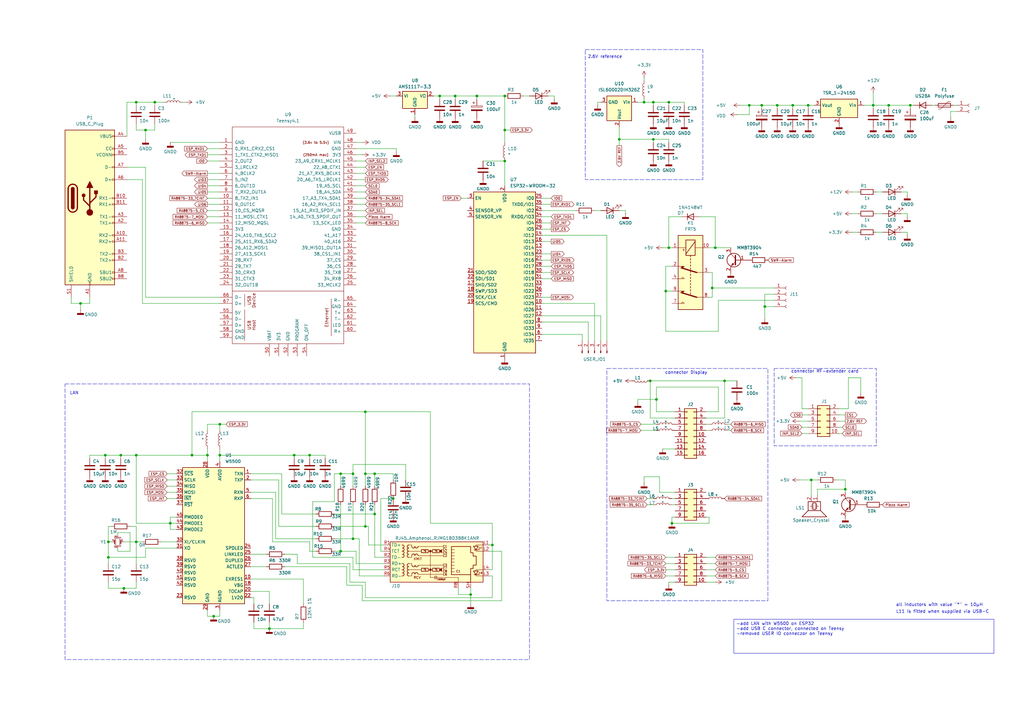
<source format=kicad_sch>
(kicad_sch (version 20231120) (generator "eeschema") (generator_version "8.0")
  (paper "A3")
  (title_block (title "Teensy RF Powermeter") (date "2025-01-20") (rev "4.0"))
  (lib_symbols
    (symbol "Connector:Conn_01x02_Socket" (pin_names (offset 1.016) hide)
      (property "Reference" "J" (at 0 2.54 0))
      (property "Value" "Conn_01x02_Socket" (at 0 -5.08 0))
      (symbol "Conn_01x02_Socket_1_1"
        (pin passive line (at -5.08 0 0) (length 3.81) (name "Pin_1") (number "1"))
        (pin passive line (at -5.08 -2.54 0) (length 3.81) (name "Pin_2") (number "2"))
      )
    )
    (symbol "Connector:Conn_01x04_Socket" (pin_names (offset 1.016) hide)
      (property "Reference" "J" (at 0 5.08 0))
      (property "Value" "Conn_01x04_Socket" (at 0 -7.62 0))
      (symbol "Conn_01x04_Socket_1_1"
        (pin passive line (at -5.08 2.54 0) (length 3.81) (name "Pin_1") (number "1"))
        (pin passive line (at -5.08 0 0) (length 3.81) (name "Pin_2") (number "2"))
        (pin passive line (at -5.08 -2.54 0) (length 3.81) (name "Pin_3") (number "3"))
        (pin passive line (at -5.08 -5.08 0) (length 3.81) (name "Pin_4") (number "4"))
      )
    )
    (symbol "Connector:Conn_01x05_Pin" (pin_names (offset 1.016) hide)
      (property "Reference" "J" (at 0 7.62 0))
      (property "Value" "Conn_01x05_Pin" (at 0 -7.62 0))
      (symbol "Conn_01x05_Pin_1_1"
        (pin passive line (at 5.08 5.08 180) (length 3.81) (name "Pin_1") (number "1"))
        (pin passive line (at 5.08 2.54 180) (length 3.81) (name "Pin_2") (number "2"))
        (pin passive line (at 5.08 0 180) (length 3.81) (name "Pin_3") (number "3"))
        (pin passive line (at 5.08 -2.54 180) (length 3.81) (name "Pin_4") (number "4"))
        (pin passive line (at 5.08 -5.08 180) (length 3.81) (name "Pin_5") (number "5"))
      )
    )
    (symbol "Connector:RJ45_Amphenol_RJMG1BD3B8K1ANR"
      (property "Reference" "J" (at 18.415 10.16 0))
      (property "Value" "RJ45_Amphenol_RJMG1BD3B8K1ANR" (at -19.05 10.16 0))
      (symbol "RJ45_Amphenol_RJMG1BD3B8K1ANR_0_0"
        (text "C1" (at 4.699 6.985 0) (effects (font (size 0.889 0.889))))
        (text "C1" (at 10.16 -3.175 0) (effects (font (size 0.889 0.889))))
        (text "C2" (at 4.699 3.175 0) (effects (font (size 0.889 0.889))))
        (text "C3" (at 4.699 -0.635 0) (effects (font (size 0.889 0.889))))
        (text "C4" (at 4.699 5.715 0) (effects (font (size 0.889 0.889))))
        (text "C5" (at 4.699 4.445 0) (effects (font (size 0.889 0.889))))
        (text "C6" (at 4.699 -4.445 0) (effects (font (size 0.889 0.889))))
        (text "C7" (at 4.699 -1.905 0) (effects (font (size 0.889 0.889))))
        (text "C8" (at 4.699 -3.175 0) (effects (font (size 0.889 0.889))))
        (text "RCV" (at -8.255 -5.715 0) (effects (font (size 1.016 1.016)) (justify left)))
        (text "XMIT" (at -8.255 1.905 0) (effects (font (size 1.016 1.016)) (justify left)))
      )
      (symbol "RJ45_Amphenol_RJMG1BD3B8K1ANR_1_0"
        (text "1000pF" (at 3.302 -6.477 0) (effects (font (size 0.635 0.635))))
      )
      (symbol "RJ45_Amphenol_RJMG1BD3B8K1ANR_1_1"
        (text "75" (at -3.556 -2.54 0) (effects (font (size 0.635 0.635))))
        (text "75" (at -3.556 5.08 0) (effects (font (size 0.635 0.635))))
        (text "75" (at 1.016 -2.54 0) (effects (font (size 0.635 0.635))))
        (text "75" (at 1.016 5.08 0) (effects (font (size 0.635 0.635))))
        (text "G" (at 19.685 -3.81 0) (effects (font (size 0.635 0.635))))
        (text "Y" (at 19.558 6.35 0) (effects (font (size 0.635 0.635))))
        (pin passive line (at 22.86 7.62 180) (length 2.54) (name "") (number "L1"))
        (pin passive line (at 22.86 5.08 180) (length 2.54) (name "") (number "L2"))
        (pin passive line (at 22.86 -5.08 180) (length 2.54) (name "") (number "L3"))
        (pin passive line (at 22.86 -2.54 180) (length 2.54) (name "") (number "L4"))
        (pin passive line (at -20.32 7.62 0) (length 2.54) (name "TD+") (number "R1"))
        (pin passive line (at -20.32 2.54 0) (length 2.54) (name "TD-") (number "R2"))
        (pin passive line (at -20.32 0 0) (length 2.54) (name "RD+") (number "R3"))
        (pin passive line (at -20.32 5.08 0) (length 2.54) (name "TCT") (number "R4"))
        (pin passive line (at -20.32 -2.54 0) (length 2.54) (name "RCT") (number "R5"))
        (pin passive line (at -20.32 -5.08 0) (length 2.54) (name "RD-") (number "R6"))
        (pin no_connect line (at 20.32 0 0) (length 0) hide (name "NC") (number "R7"))
        (pin power_in line (at 10.16 -10.16 90) (length 2.54) (name "") (number "R8"))
        (pin passive line (at 15.24 -10.16 90) (length 2.54) (name "") (number "SH"))
      )
    )
    (symbol "Connector:USB_C_Plug" (pin_names (offset 1.016))
      (property "Reference" "P" (at -10.16 29.21 0))
      (property "Value" "USB_C_Plug" (at 10.16 29.21 0))
      (symbol "USB_C_Plug_1_1"
        (pin passive line (at 0 -40.64 90) (length 5.08) (name "GND") (number "A1"))
        (pin bidirectional line (at 15.24 -15.24 180) (length 5.08) (name "RX2-") (number "A10"))
        (pin bidirectional line (at 15.24 -17.78 180) (length 5.08) (name "RX2+") (number "A11"))
        (pin passive line (at 0 -40.64 90) (length 5.08) hide (name "GND") (number "A12"))
        (pin bidirectional line (at 15.24 -10.16 180) (length 5.08) (name "TX1+") (number "A2"))
        (pin bidirectional line (at 15.24 -7.62 180) (length 5.08) (name "TX1-") (number "A3"))
        (pin passive line (at 15.24 25.4 180) (length 5.08) (name "VBUS") (number "A4"))
        (pin bidirectional line (at 15.24 20.32 180) (length 5.08) (name "CC") (number "A5"))
        (pin bidirectional line (at 15.24 7.62 180) (length 5.08) (name "D+") (number "A6"))
        (pin bidirectional line (at 15.24 12.7 180) (length 5.08) (name "D-") (number "A7"))
        (pin bidirectional line (at 15.24 -30.48 180) (length 5.08) (name "SBU1") (number "A8"))
        (pin passive line (at 15.24 25.4 180) (length 5.08) hide (name "VBUS") (number "A9"))
        (pin passive line (at 0 -40.64 90) (length 5.08) hide (name "GND") (number "B1"))
        (pin bidirectional line (at 15.24 0 180) (length 5.08) (name "RX1-") (number "B10"))
        (pin bidirectional line (at 15.24 -2.54 180) (length 5.08) (name "RX1+") (number "B11"))
        (pin passive line (at 0 -40.64 90) (length 5.08) hide (name "GND") (number "B12"))
        (pin bidirectional line (at 15.24 -25.4 180) (length 5.08) (name "TX2+") (number "B2"))
        (pin bidirectional line (at 15.24 -22.86 180) (length 5.08) (name "TX2-") (number "B3"))
        (pin passive line (at 15.24 25.4 180) (length 5.08) hide (name "VBUS") (number "B4"))
        (pin bidirectional line (at 15.24 17.78 180) (length 5.08) (name "VCONN") (number "B5"))
        (pin bidirectional line (at 15.24 -33.02 180) (length 5.08) (name "SBU2") (number "B8"))
        (pin passive line (at 15.24 25.4 180) (length 5.08) hide (name "VBUS") (number "B9"))
        (pin passive line (at -7.62 -40.64 90) (length 5.08) (name "SHIELD") (number "S1"))
      )
    )
    (symbol "Connector_Generic:Conn_02x05_Odd_Even" (pin_names (offset 1.016) hide)
      (property "Reference" "J" (at 1.27 7.62 0))
      (property "Value" "Conn_02x05_Odd_Even" (at 1.27 -7.62 0))
      (symbol "Conn_02x05_Odd_Even_1_1"
        (pin passive line (at -5.08 5.08 0) (length 3.81) (name "Pin_1") (number "1"))
        (pin passive line (at 7.62 -5.08 180) (length 3.81) (name "Pin_10") (number "10"))
        (pin passive line (at 7.62 5.08 180) (length 3.81) (name "Pin_2") (number "2"))
        (pin passive line (at -5.08 2.54 0) (length 3.81) (name "Pin_3") (number "3"))
        (pin passive line (at 7.62 2.54 180) (length 3.81) (name "Pin_4") (number "4"))
        (pin passive line (at -5.08 0 0) (length 3.81) (name "Pin_5") (number "5"))
        (pin passive line (at 7.62 0 180) (length 3.81) (name "Pin_6") (number "6"))
        (pin passive line (at -5.08 -2.54 0) (length 3.81) (name "Pin_7") (number "7"))
        (pin passive line (at 7.62 -2.54 180) (length 3.81) (name "Pin_8") (number "8"))
        (pin passive line (at -5.08 -5.08 0) (length 3.81) (name "Pin_9") (number "9"))
      )
    )
    (symbol "Connector_Generic:Conn_02x08_Odd_Even" (pin_names (offset 1.016) hide)
      (property "Reference" "J" (at 1.27 10.16 0))
      (property "Value" "Conn_02x08_Odd_Even" (at 1.27 -12.7 0))
      (symbol "Conn_02x08_Odd_Even_1_1"
        (pin passive line (at -5.08 7.62 0) (length 3.81) (name "Pin_1") (number "1"))
        (pin passive line (at 7.62 -2.54 180) (length 3.81) (name "Pin_10") (number "10"))
        (pin passive line (at -5.08 -5.08 0) (length 3.81) (name "Pin_11") (number "11"))
        (pin passive line (at 7.62 -5.08 180) (length 3.81) (name "Pin_12") (number "12"))
        (pin passive line (at -5.08 -7.62 0) (length 3.81) (name "Pin_13") (number "13"))
        (pin passive line (at 7.62 -7.62 180) (length 3.81) (name "Pin_14") (number "14"))
        (pin passive line (at -5.08 -10.16 0) (length 3.81) (name "Pin_15") (number "15"))
        (pin passive line (at 7.62 -10.16 180) (length 3.81) (name "Pin_16") (number "16"))
        (pin passive line (at 7.62 7.62 180) (length 3.81) (name "Pin_2") (number "2"))
        (pin passive line (at -5.08 5.08 0) (length 3.81) (name "Pin_3") (number "3"))
        (pin passive line (at 7.62 5.08 180) (length 3.81) (name "Pin_4") (number "4"))
        (pin passive line (at -5.08 2.54 0) (length 3.81) (name "Pin_5") (number "5"))
        (pin passive line (at 7.62 2.54 180) (length 3.81) (name "Pin_6") (number "6"))
        (pin passive line (at -5.08 0 0) (length 3.81) (name "Pin_7") (number "7"))
        (pin passive line (at 7.62 0 180) (length 3.81) (name "Pin_8") (number "8"))
        (pin passive line (at -5.08 -2.54 0) (length 3.81) (name "Pin_9") (number "9"))
      )
    )
    (symbol "Device:C" (pin_numbers hide) (pin_names (offset 0.254))
      (property "Reference" "C" (at 0.635 2.54 0))
      (property "Value" "C" (at 0.635 -2.54 0))
      (symbol "C_1_1"
        (pin passive line (at 0 3.81 270) (length 2.794) (name "~") (number "1"))
        (pin passive line (at 0 -3.81 90) (length 2.794) (name "~") (number "2"))
      )
    )
    (symbol "Device:C_Polarized" (pin_numbers hide) (pin_names (offset 0.254))
      (property "Reference" "C" (at 0.635 2.54 0))
      (property "Value" "C_Polarized" (at 0.635 -2.54 0))
      (symbol "C_Polarized_1_1"
        (pin passive line (at 0 3.81 270) (length 2.794) (name "~") (number "1"))
        (pin passive line (at 0 -3.81 90) (length 2.794) (name "~") (number "2"))
      )
    )
    (symbol "Device:Crystal_GND23_Small" (pin_names (offset 1.016) hide)
      (property "Reference" "Y" (at 1.27 4.445 0))
      (property "Value" "Crystal_GND23_Small" (at 1.27 2.54 0))
      (symbol "Crystal_GND23_Small_1_1"
        (pin passive line (at -2.54 0 0) (length 1.27) (name "1") (number "1"))
        (pin passive line (at 0 -2.54 90) (length 0.635) (name "2") (number "2"))
        (pin passive line (at 0 2.54 270) (length 0.635) (name "3") (number "3"))
        (pin passive line (at 2.54 0 180) (length 1.27) (name "4") (number "4"))
      )
    )
    (symbol "Device:L" (pin_numbers hide) (pin_names (offset 1.016) hide)
      (property "Reference" "L" (at -1.27 0 90))
      (property "Value" "L" (at 1.905 0 90))
      (symbol "L_1_1"
        (pin passive line (at 0 3.81 270) (length 1.27) (name "1") (number "1"))
        (pin passive line (at 0 -3.81 90) (length 1.27) (name "2") (number "2"))
      )
    )
    (symbol "Device:LED" (pin_numbers hide) (pin_names (offset 1.016) hide)
      (property "Reference" "D" (at 0 2.54 0))
      (property "Value" "LED" (at 0 -2.54 0))
      (symbol "LED_1_1"
        (pin passive line (at -3.81 0 0) (length 2.54) (name "K") (number "1"))
        (pin passive line (at 3.81 0 180) (length 2.54) (name "A") (number "2"))
      )
    )
    (symbol "Device:Polyfuse" (pin_numbers hide) (pin_names (offset 0))
      (property "Reference" "F" (at -2.54 0 90))
      (property "Value" "Polyfuse" (at 2.54 0 90))
      (symbol "Polyfuse_1_1"
        (pin passive line (at 0 3.81 270) (length 1.27) (name "~") (number "1"))
        (pin passive line (at 0 -3.81 90) (length 1.27) (name "~") (number "2"))
      )
    )
    (symbol "Device:Speaker_Crystal" (pin_names (offset 0) hide)
      (property "Reference" "LS" (at 0.635 5.715 0))
      (property "Value" "Speaker_Crystal" (at 0.635 3.81 0))
      (symbol "Speaker_Crystal_1_1"
        (pin input line (at -5.08 0 0) (length 2.54) (name "1") (number "1"))
        (pin input line (at -5.08 -2.54 0) (length 2.54) (name "2") (number "2"))
      )
    )
    (symbol "Diode:1N4148WT" (pin_numbers hide) (pin_names hide)
      (property "Reference" "D" (at 0 2.54 0))
      (property "Value" "1N4148WT" (at 0 -2.54 0))
      (symbol "1N4148WT_1_1"
        (pin passive line (at -3.81 0 0) (length 2.54) (name "K") (number "1"))
        (pin passive line (at 3.81 0 180) (length 2.54) (name "A") (number "2"))
      )
    )
    (symbol "Diode:US2BA" (pin_numbers hide) (pin_names hide)
      (property "Reference" "D" (at 0 2.54 0))
      (property "Value" "US2BA" (at 0 -2.54 0))
      (symbol "US2BA_1_1"
        (pin passive line (at -3.81 0 0) (length 2.54) (name "K") (number "1"))
        (pin passive line (at 3.81 0 180) (length 2.54) (name "A") (number "2"))
      )
    )
    (symbol "Interface_Ethernet:W5500"
      (property "Reference" "U" (at -11.43 29.21 0))
      (property "Value" "W5500" (at 8.89 29.21 0))
      (symbol "W5500_1_1"
        (pin output line (at 15.24 25.4 180) (length 2.54) (name "TXN") (number "1"))
        (pin passive line (at 15.24 -17.78 180) (length 2.54) (name "EXRES1") (number "10"))
        (pin passive line (at 2.54 30.48 270) (length 2.54) hide (name "AVDD") (number "11"))
        (pin no_connect line (at 12.7 7.62 180) (length 2.54) hide (name "NC") (number "12"))
        (pin no_connect line (at 12.7 5.08 180) (length 2.54) hide (name "NC") (number "13"))
        (pin passive line (at 2.54 -30.48 90) (length 2.54) hide (name "AGND") (number "14"))
        (pin passive line (at 2.54 30.48 270) (length 2.54) hide (name "AVDD") (number "15"))
        (pin passive line (at 2.54 -30.48 90) (length 2.54) hide (name "AGND") (number "16"))
        (pin passive line (at 2.54 30.48 270) (length 2.54) hide (name "AVDD") (number "17"))
        (pin passive line (at 15.24 -20.32 180) (length 2.54) (name "VBG") (number "18"))
        (pin passive line (at 2.54 -30.48 90) (length 2.54) hide (name "AGND") (number "19"))
        (pin output line (at 15.24 22.86 180) (length 2.54) (name "TXP") (number "2"))
        (pin passive line (at 15.24 -22.86 180) (length 2.54) (name "TOCAP") (number "20"))
        (pin passive line (at 2.54 30.48 270) (length 2.54) hide (name "AVDD") (number "21"))
        (pin output line (at 15.24 -25.4 180) (length 2.54) (name "1V2O") (number "22"))
        (pin input line (at -15.24 -25.4 0) (length 2.54) (name "RSVD") (number "23"))
        (pin output line (at 15.24 -5.08 180) (length 2.54) (name "SPDLED") (number "24"))
        (pin output line (at 15.24 -7.62 180) (length 2.54) (name "LINKLED") (number "25"))
        (pin output line (at 15.24 -10.16 180) (length 2.54) (name "DUPLED") (number "26"))
        (pin output line (at 15.24 -12.7 180) (length 2.54) (name "ACTLED") (number "27"))
        (pin power_in line (at -2.54 30.48 270) (length 2.54) (name "VDD") (number "28"))
        (pin power_in line (at -2.54 -30.48 90) (length 2.54) (name "GND") (number "29"))
        (pin power_in line (at 2.54 -30.48 90) (length 2.54) (name "AGND") (number "3"))
        (pin input line (at -15.24 -2.54 0) (length 2.54) (name "XI/CLKIN") (number "30"))
        (pin output line (at -15.24 -5.08 0) (length 2.54) (name "XO") (number "31"))
        (pin input line (at -15.24 25.4 0) (length 2.54) (name "~{SCS}") (number "32"))
        (pin input line (at -15.24 22.86 0) (length 2.54) (name "SCLK") (number "33"))
        (pin output line (at -15.24 20.32 0) (length 2.54) (name "MISO") (number "34"))
        (pin input line (at -15.24 17.78 0) (length 2.54) (name "MOSI") (number "35"))
        (pin input line (at -15.24 15.24 0) (length 2.54) (name "~{INT}") (number "36"))
        (pin input line (at -15.24 12.7 0) (length 2.54) (name "~{RST}") (number "37"))
        (pin input line (at -15.24 -10.16 0) (length 2.54) (name "RSVD") (number "38"))
        (pin input line (at -15.24 -12.7 0) (length 2.54) (name "RSVD") (number "39"))
        (pin power_in line (at 2.54 30.48 270) (length 2.54) (name "AVDD") (number "4"))
        (pin input line (at -15.24 -15.24 0) (length 2.54) (name "RSVD") (number "40"))
        (pin input line (at -15.24 -17.78 0) (length 2.54) (name "RSVD") (number "41"))
        (pin input line (at -15.24 -20.32 0) (length 2.54) (name "RSVD") (number "42"))
        (pin input line (at -15.24 2.54 0) (length 2.54) (name "PMODE2") (number "43"))
        (pin input line (at -15.24 5.08 0) (length 2.54) (name "PMODE1") (number "44"))
        (pin input line (at -15.24 7.62 0) (length 2.54) (name "PMODE0") (number "45"))
        (pin no_connect line (at 12.7 2.54 180) (length 2.54) hide (name "NC") (number "46"))
        (pin no_connect line (at 12.7 0 180) (length 2.54) hide (name "NC") (number "47"))
        (pin passive line (at 2.54 -30.48 90) (length 2.54) hide (name "AGND") (number "48"))
        (pin input line (at 15.24 17.78 180) (length 2.54) (name "RXN") (number "5"))
        (pin input line (at 15.24 15.24 180) (length 2.54) (name "RXP") (number "6"))
        (pin no_connect line (at 12.7 10.16 180) (length 2.54) hide (name "DNC") (number "7"))
        (pin passive line (at 2.54 30.48 270) (length 2.54) hide (name "AVDD") (number "8"))
        (pin passive line (at 2.54 -30.48 90) (length 2.54) hide (name "AGND") (number "9"))
      )
    )
    (symbol "RF_Module:ESP32-WROOM-32"
      (property "Reference" "U" (at -12.7 34.29 0))
      (property "Value" "ESP32-WROOM-32" (at 1.27 34.29 0))
      (symbol "ESP32-WROOM-32_1_1"
        (pin power_in line (at 0 -35.56 90) (length 2.54) (name "GND") (number "1"))
        (pin bidirectional line (at 15.24 -12.7 180) (length 2.54) (name "IO25") (number "10"))
        (pin bidirectional line (at 15.24 -15.24 180) (length 2.54) (name "IO26") (number "11"))
        (pin bidirectional line (at 15.24 -17.78 180) (length 2.54) (name "IO27") (number "12"))
        (pin bidirectional line (at 15.24 10.16 180) (length 2.54) (name "IO14") (number "13"))
        (pin bidirectional line (at 15.24 15.24 180) (length 2.54) (name "IO12") (number "14"))
        (pin passive line (at 0 -35.56 90) (length 2.54) hide (name "GND") (number "15"))
        (pin bidirectional line (at 15.24 12.7 180) (length 2.54) (name "IO13") (number "16"))
        (pin bidirectional line (at -15.24 -5.08 0) (length 2.54) (name "SHD/SD2") (number "17"))
        (pin bidirectional line (at -15.24 -7.62 0) (length 2.54) (name "SWP/SD3") (number "18"))
        (pin bidirectional line (at -15.24 -12.7 0) (length 2.54) (name "SCS/CMD") (number "19"))
        (pin power_in line (at 0 35.56 270) (length 2.54) (name "VDD") (number "2"))
        (pin bidirectional line (at -15.24 -10.16 0) (length 2.54) (name "SCK/CLK") (number "20"))
        (pin bidirectional line (at -15.24 0 0) (length 2.54) (name "SDO/SD0") (number "21"))
        (pin bidirectional line (at -15.24 -2.54 0) (length 2.54) (name "SDI/SD1") (number "22"))
        (pin bidirectional line (at 15.24 7.62 180) (length 2.54) (name "IO15") (number "23"))
        (pin bidirectional line (at 15.24 25.4 180) (length 2.54) (name "IO2") (number "24"))
        (pin bidirectional line (at 15.24 30.48 180) (length 2.54) (name "IO0") (number "25"))
        (pin bidirectional line (at 15.24 20.32 180) (length 2.54) (name "IO4") (number "26"))
        (pin bidirectional line (at 15.24 5.08 180) (length 2.54) (name "IO16") (number "27"))
        (pin bidirectional line (at 15.24 2.54 180) (length 2.54) (name "IO17") (number "28"))
        (pin bidirectional line (at 15.24 17.78 180) (length 2.54) (name "IO5") (number "29"))
        (pin input line (at -15.24 30.48 0) (length 2.54) (name "EN") (number "3"))
        (pin bidirectional line (at 15.24 0 180) (length 2.54) (name "IO18") (number "30"))
        (pin bidirectional line (at 15.24 -2.54 180) (length 2.54) (name "IO19") (number "31"))
        (pin no_connect line (at -12.7 -27.94 0) (length 2.54) hide (name "NC") (number "32"))
        (pin bidirectional line (at 15.24 -5.08 180) (length 2.54) (name "IO21") (number "33"))
        (pin bidirectional line (at 15.24 22.86 180) (length 2.54) (name "RXD0/IO3") (number "34"))
        (pin bidirectional line (at 15.24 27.94 180) (length 2.54) (name "TXD0/IO1") (number "35"))
        (pin bidirectional line (at 15.24 -7.62 180) (length 2.54) (name "IO22") (number "36"))
        (pin bidirectional line (at 15.24 -10.16 180) (length 2.54) (name "IO23") (number "37"))
        (pin passive line (at 0 -35.56 90) (length 2.54) hide (name "GND") (number "38"))
        (pin passive line (at 0 -35.56 90) (length 2.54) hide (name "GND") (number "39"))
        (pin input line (at -15.24 25.4 0) (length 2.54) (name "SENSOR_VP") (number "4"))
        (pin input line (at -15.24 22.86 0) (length 2.54) (name "SENSOR_VN") (number "5"))
        (pin input line (at 15.24 -25.4 180) (length 2.54) (name "IO34") (number "6"))
        (pin input line (at 15.24 -27.94 180) (length 2.54) (name "IO35") (number "7"))
        (pin bidirectional line (at 15.24 -20.32 180) (length 2.54) (name "IO32") (number "8"))
        (pin bidirectional line (at 15.24 -22.86 180) (length 2.54) (name "IO33") (number "9"))
      )
    )
    (symbol "Reference_Voltage:ISL21070CIH325Z-TK"
      (property "Reference" "U" (at -0.635 8.255 0))
      (property "Value" "ISL21070CIH325Z-TK" (at -1.905 6.35 0))
      (symbol "ISL21070CIH325Z-TK_1_1"
        (pin power_in line (at -2.54 7.62 270) (length 2.54) (name "Vin") (number "1"))
        (pin power_out line (at 7.62 0 180) (length 2.54) (name "Vout") (number "2"))
        (pin power_in line (at -2.54 -7.62 90) (length 2.54) (name "GND") (number "3"))
      )
    )
    (symbol "Regulator_Linear:AMS1117-3.3"
      (property "Reference" "U" (at -3.81 3.175 0))
      (property "Value" "AMS1117-3.3" (at 0 3.175 0))
      (symbol "AMS1117-3.3_1_1"
        (pin power_in line (at 0 -7.62 90) (length 2.54) (name "GND") (number "1"))
        (pin power_out line (at 7.62 0 180) (length 2.54) (name "VO") (number "2"))
        (pin power_in line (at -7.62 0 0) (length 2.54) (name "VI") (number "3"))
      )
    )
    (symbol "Regulator_Switching:TSR_1-24150"
      (property "Reference" "U" (at -7.62 6.35 0))
      (property "Value" "TSR_1-24150" (at -1.27 6.35 0))
      (symbol "TSR_1-24150_1_1"
        (pin power_in line (at -10.16 2.54 0) (length 2.54) (name "Vin") (number "1"))
        (pin power_in line (at 0 -5.08 90) (length 2.54) (name "GND") (number "2"))
        (pin power_out line (at 10.16 2.54 180) (length 2.54) (name "Vout") (number "3"))
      )
    )
    (symbol "Relay:FRT5"
      (property "Reference" "K" (at 16.51 3.81 0))
      (property "Value" "FRT5" (at 16.51 1.27 0))
      (symbol "FRT5_0_0"
        (text "+" (at -9.271 2.921 0) (effects (font (size 1.27 1.27))))
      )
      (symbol "FRT5_1_1"
        (pin passive line (at -10.16 7.62 270) (length 2.54) (name "~") (number "1"))
        (pin passive line (at -10.16 -7.62 90) (length 2.54) (name "~") (number "10"))
        (pin passive line (at -2.54 7.62 270) (length 2.54) (name "~") (number "2"))
        (pin passive line (at 0 -7.62 90) (length 2.54) (name "~") (number "3"))
        (pin passive line (at 2.54 7.62 270) (length 2.54) (name "~") (number "4"))
        (pin passive line (at 12.7 7.62 270) (length 2.54) (name "~") (number "7"))
        (pin passive line (at 10.16 -7.62 90) (length 2.54) (name "~") (number "8"))
        (pin passive line (at 7.62 7.62 270) (length 2.54) (name "~") (number "9"))
      )
    )
    (symbol "Transistor_BJT:MMBT3904" (pin_names (offset 0) hide)
      (property "Reference" "Q" (at 5.08 1.905 0))
      (property "Value" "MMBT3904" (at 5.08 0 0))
      (symbol "MMBT3904_1_1"
        (pin input line (at -5.08 0 0) (length 5.715) (name "B") (number "1"))
        (pin passive line (at 2.54 -5.08 90) (length 2.54) (name "E") (number "2"))
        (pin passive line (at 2.54 5.08 270) (length 2.54) (name "C") (number "3"))
      )
    )
    (symbol "dual_rotary_encoder_switch:R" (pin_numbers hide) (pin_names (offset 0))
      (property "Reference" "R" (at 2.032 0 90))
      (property "Value" "R" (at 0 0 90))
      (symbol "R_1_1"
        (pin passive line (at 0 3.81 270) (length 1.27) (name "~") (number "1"))
        (pin passive line (at 0 -3.81 90) (length 1.27) (name "~") (number "2"))
      )
    )
    (symbol "power:+12V" (power) (pin_numbers hide) (pin_names (offset 0) hide)
      (property "Value" "+12V" (at 0 3.556 0))
      (symbol "+12V_1_1"
        (pin power_in line (at 0 0 90) (length 0) (name "~") (number "1"))
      )
    )
    (symbol "power:+3.3V" (power) (pin_numbers hide) (pin_names (offset 0) hide)
      (property "Value" "+3.3V" (at 0 3.556 0))
      (symbol "+3.3V_1_1"
        (pin power_in line (at 0 0 90) (length 0) (name "~") (number "1"))
      )
    )
    (symbol "power:+5V" (power) (pin_numbers hide) (pin_names (offset 0) hide)
      (property "Value" "+5V" (at 0 3.556 0))
      (symbol "+5V_1_1"
        (pin power_in line (at 0 0 90) (length 0) (name "~") (number "1"))
      )
    )
    (symbol "power:GNDD" (power) (pin_numbers hide) (pin_names (offset 0) hide)
      (property "Value" "GNDD" (at 0 -3.175 0))
      (symbol "GNDD_1_1"
        (pin power_in line (at 0 0 270) (length 0) (name "~") (number "1"))
      )
    )
    (symbol "power:VDD" (power) (pin_numbers hide) (pin_names (offset 0) hide)
      (property "Value" "VDD" (at 0 3.556 0))
      (symbol "VDD_1_1"
        (pin power_in line (at 0 0 90) (length 0) (name "~") (number "1"))
      )
    )
    (symbol "teensy:Teensy4.1" (pin_names (offset 1.016))
      (property "Reference" "U" (at 0 64.77 0))
      (property "Value" "Teensy4.1" (at 0 62.23 0))
      (symbol "Teensy4.1_0_0"
        (text "(250mA max)" (at 11.43 49.53 0) (effects (font (size 1.016 1.016))))
        (text "(3.6v to 5.5v)" (at 11.43 54.61 0) (effects (font (size 1.016 1.016))))
        (text "Device" (at -13.97 -10.16 900) (effects (font (size 1.27 1.27))))
        (text "Ethernet" (at 15.875 -17.145 900) (effects (font (size 1.27 1.27))))
        (text "Host" (at -13.97 -20.32 900) (effects (font (size 1.27 1.27))))
        (text "USB" (at -15.875 -20.32 900) (effects (font (size 1.27 1.27))))
        (text "USB" (at -15.875 -10.16 900) (effects (font (size 1.27 1.27))))
        (pin bidirectional line (at -27.94 31.75 0) (length 5.08) (name "8_TX2_IN1") (number "10"))
        (pin bidirectional line (at -27.94 29.21 0) (length 5.08) (name "9_OUT1C") (number "11"))
        (pin bidirectional line (at -27.94 26.67 0) (length 5.08) (name "10_CS_MQSR") (number "12"))
        (pin bidirectional line (at -27.94 24.13 0) (length 5.08) (name "11_MOSI_CTX1") (number "13"))
        (pin bidirectional line (at -27.94 21.59 0) (length 5.08) (name "12_MISO_MQSL") (number "14"))
        (pin power_in line (at -27.94 19.05 0) (length 5.08) (name "3V3") (number "15"))
        (pin bidirectional line (at -27.94 16.51 0) (length 5.08) (name "24_A10_TX6_SCL2") (number "16"))
        (pin bidirectional line (at -27.94 13.97 0) (length 5.08) (name "25_A11_RX6_SDA2") (number "17"))
        (pin bidirectional line (at -27.94 11.43 0) (length 5.08) (name "26_A12_MOSI1") (number "18"))
        (pin bidirectional line (at -27.94 8.89 0) (length 5.08) (name "27_A13_SCK1") (number "19"))
        (pin bidirectional line (at -27.94 6.35 0) (length 5.08) (name "28_RX7") (number "20"))
        (pin bidirectional line (at -27.94 3.81 0) (length 5.08) (name "29_TX7") (number "21"))
        (pin bidirectional line (at -27.94 1.27 0) (length 5.08) (name "30_CRX3") (number "22"))
        (pin bidirectional line (at -27.94 -1.27 0) (length 5.08) (name "31_CTX3") (number "23"))
        (pin bidirectional line (at -27.94 -3.81 0) (length 5.08) (name "32_OUT1B") (number "24"))
        (pin bidirectional line (at 27.94 -3.81 180) (length 5.08) (name "33_MCLK2") (number "25"))
        (pin bidirectional line (at 27.94 -1.27 180) (length 5.08) (name "34_RX8") (number "26"))
        (pin bidirectional line (at 27.94 1.27 180) (length 5.08) (name "35_TX8") (number "27"))
        (pin bidirectional line (at 27.94 3.81 180) (length 5.08) (name "36_CS") (number "28"))
        (pin bidirectional line (at 27.94 6.35 180) (length 5.08) (name "37_CS") (number "29"))
        (pin bidirectional line (at 27.94 8.89 180) (length 5.08) (name "38_CS1_IN1") (number "30"))
        (pin bidirectional line (at 27.94 11.43 180) (length 5.08) (name "39_MISO1_OUT1A") (number "31"))
        (pin bidirectional line (at 27.94 13.97 180) (length 5.08) (name "40_A16") (number "32"))
        (pin bidirectional line (at 27.94 16.51 180) (length 5.08) (name "41_A17") (number "33"))
        (pin bidirectional line (at 27.94 21.59 180) (length 5.08) (name "13_SCK_LED") (number "35"))
        (pin bidirectional line (at 27.94 24.13 180) (length 5.08) (name "14_A0_TX3_SPDIF_OUT") (number "36"))
        (pin bidirectional line (at 27.94 26.67 180) (length 5.08) (name "15_A1_RX3_SPDIF_IN") (number "37"))
        (pin bidirectional line (at 27.94 29.21 180) (length 5.08) (name "16_A2_RX4_SCL1") (number "38"))
        (pin bidirectional line (at 27.94 31.75 180) (length 5.08) (name "17_A3_TX4_SDA1") (number "39"))
        (pin bidirectional line (at 27.94 34.29 180) (length 5.08) (name "18_A4_SDA") (number "40"))
        (pin bidirectional line (at 27.94 36.83 180) (length 5.08) (name "19_A5_SCL") (number "41"))
        (pin bidirectional line (at 27.94 39.37 180) (length 5.08) (name "20_A6_TX5_LRCLK1") (number "42"))
        (pin bidirectional line (at 27.94 41.91 180) (length 5.08) (name "21_A7_RX5_BCLK1") (number "43"))
        (pin bidirectional line (at 27.94 44.45 180) (length 5.08) (name "22_A8_CTX1") (number "44"))
        (pin bidirectional line (at 27.94 46.99 180) (length 5.08) (name "23_A9_CRX1_MCLK1") (number "45"))
        (pin output line (at 27.94 49.53 180) (length 5.08) (name "3V3") (number "46"))
        (pin output line (at 27.94 52.07 180) (length 5.08) (name "GND") (number "47"))
        (pin power_in line (at 27.94 54.61 180) (length 5.08) (name "VIN") (number "48"))
        (pin power_out line (at 27.94 58.42 180) (length 5.08) (name "VUSB") (number "49"))
        (pin bidirectional line (at -27.94 44.45 0) (length 5.08) (name "3_LRCLK2") (number "5"))
        (pin power_in line (at -7.62 -33.02 90) (length 5.08) (name "VBAT") (number "50"))
        (pin power_in line (at -3.81 -33.02 90) (length 5.08) (name "3V3") (number "51"))
        (pin input line (at 0 -33.02 90) (length 5.08) (name "GND") (number "52"))
        (pin input line (at 3.81 -33.02 90) (length 5.08) (name "PROGRAM") (number "53"))
        (pin input line (at 7.62 -33.02 90) (length 5.08) (name "ON_OFF") (number "54"))
        (pin power_out line (at -27.94 -15.24 0) (length 5.08) (name "5V") (number "55"))
        (pin bidirectional line (at -27.94 -17.78 0) (length 5.08) (name "D-") (number "56"))
        (pin bidirectional line (at -27.94 -20.32 0) (length 5.08) (name "D+") (number "57"))
        (pin power_in line (at -27.94 -22.86 0) (length 5.08) (name "GND") (number "58"))
        (pin power_in line (at -27.94 -25.4 0) (length 5.08) (name "GND") (number "59"))
        (pin bidirectional line (at -27.94 41.91 0) (length 5.08) (name "4_BCLK2") (number "6"))
        (pin bidirectional line (at 27.94 -22.86 180) (length 5.08) (name "R+") (number "60"))
        (pin bidirectional line (at 27.94 -20.32 180) (length 5.08) (name "LED") (number "61"))
        (pin bidirectional line (at 27.94 -17.78 180) (length 5.08) (name "T-") (number "62"))
        (pin bidirectional line (at 27.94 -15.24 180) (length 5.08) (name "T+") (number "63"))
        (pin power_in line (at 27.94 -12.7 180) (length 5.08) (name "GND") (number "64"))
        (pin bidirectional line (at 27.94 -10.16 180) (length 5.08) (name "R-") (number "65"))
        (pin bidirectional line (at -27.94 -8.89 0) (length 5.08) (name "D-") (number "66"))
        (pin bidirectional line (at -27.94 -11.43 0) (length 5.08) (name "D+") (number "67"))
        (pin bidirectional line (at -27.94 39.37 0) (length 5.08) (name "5_IN2") (number "7"))
        (pin bidirectional line (at -27.94 36.83 0) (length 5.08) (name "6_OUT1D") (number "8"))
        (pin bidirectional line (at -27.94 34.29 0) (length 5.08) (name "7_RX2_OUT1A") (number "9"))
      )
      (symbol "Teensy4.1_1_1"
        (pin power_in line (at -27.94 54.61 0) (length 5.08) (name "GND") (number "1"))
        (pin bidirectional line (at -27.94 52.07 0) (length 5.08) (name "0_RX1_CRX2_CS1") (number "2"))
        (pin bidirectional line (at -27.94 49.53 0) (length 5.08) (name "1_TX1_CTX2_MISO1") (number "3"))
        (pin power_in line (at 27.94 19.05 180) (length 5.08) (name "GND") (number "34"))
        (pin bidirectional line (at -27.94 46.99 0) (length 5.08) (name "2_OUT2") (number "4"))
      )
    )
  )
  (junction (at 275.59 214.63))
  (junction (at 55.88 222.25))
  (junction (at 293.37 101.6))
  (junction (at 186.69 39.37))
  (junction (at 325.12 43.18))
  (junction (at 63.5 41.91))
  (junction (at 267.97 57.15))
  (junction (at 274.32 101.6))
  (junction (at 49.53 186.69))
  (junction (at 55.88 41.91))
  (junction (at 201.93 223.52))
  (junction (at 87.63 252.73))
  (junction (at 127 186.69))
  (junction (at 292.1 118.11))
  (junction (at 110.49 257.81))
  (junction (at 193.04 243.84))
  (junction (at 195.58 39.37))
  (junction (at 139.7 226.06))
  (junction (at 144.78 194.31))
  (junction (at 207.01 66.04))
  (junction (at 44.45 228.6))
  (junction (at 264.16 41.91))
  (junction (at 364.49 43.18))
  (junction (at 318.77 43.18))
  (junction (at 332.74 196.85))
  (junction (at 153.67 194.31))
  (junction (at 90.17 173.99))
  (junction (at 373.38 43.18))
  (junction (at 55.88 186.69))
  (junction (at 207.01 39.37))
  (junction (at 331.47 43.18))
  (junction (at 207.01 53.34))
  (junction (at 153.67 210.82))
  (junction (at 50.8 241.3))
  (junction (at 161.29 204.47))
  (junction (at 144.78 220.98))
  (junction (at 90.17 186.69))
  (junction (at 33.02 124.46))
  (junction (at 312.42 43.18))
  (junction (at 44.45 222.25))
  (junction (at 59.69 53.34))
  (junction (at 269.24 163.83))
  (junction (at 78.74 186.69))
  (junction (at 273.05 119.38))
  (junction (at 254 57.15))
  (junction (at 358.14 43.18))
  (junction (at 313.69 125.73))
  (junction (at 85.09 186.69))
  (junction (at 346.71 200.66))
  (junction (at 267.97 41.91))
  (junction (at 149.86 194.31))
  (junction (at 274.32 41.91))
  (junction (at 297.18 156.21))
  (junction (at 120.65 186.69))
  (junction (at 139.7 194.31))
  (junction (at 149.86 215.9))
  (junction (at 266.7 156.21))
  (junction (at 149.86 168.91))
  (junction (at 307.34 43.18))
  (junction (at 180.34 39.37))
  (junction (at 69.85 214.63))
  (junction (at 43.18 186.69))
  (wire (pts (xy 153.67 210.82) (xy 153.67 207.01)))
  (wire (pts (xy 104.14 255.27) (xy 104.14 257.81)))
  (wire (pts (xy 342.9 196.85) (xy 346.71 196.85)))
  (wire (pts (xy 274.32 101.6) (xy 275.59 101.6)))
  (wire (pts (xy 127 226.06) (xy 129.54 226.06)))
  (wire (pts (xy 87.63 252.73) (xy 90.17 252.73)))
  (wire (pts (xy 267.97 57.15) (xy 274.32 57.15)))
  (wire (pts (xy 269.24 168.91) (xy 269.24 163.83)))
  (wire (pts (xy 254 86.36) (xy 256.54 86.36)))
  (wire (pts (xy 344.17 177.8) (xy 345.44 177.8)))
  (wire (pts (xy 50.8 241.3) (xy 44.45 241.3)))
  (wire (pts (xy 328.93 175.26) (xy 331.47 175.26)))
  (wire (pts (xy 36.83 124.46) (xy 36.83 121.92)))
  (wire (pts (xy 146.05 63.5) (xy 148.59 63.5)))
  (wire (pts (xy 327.66 172.72) (xy 331.47 172.72)))
  (wire (pts (xy 222.25 106.68) (xy 226.06 106.68)))
  (wire (pts (xy 127 186.69) (xy 133.35 186.69)))
  (wire (pts (xy 307.34 46.99) (xy 307.34 43.18)))
  (wire (pts (xy 149.86 168.91) (xy 149.86 194.31)))
  (wire (pts (xy 90.17 124.46) (xy 58.42 124.46)))
  (wire (pts (xy 274.32 88.9) (xy 274.32 101.6)))
  (wire (pts (xy 389.89 45.72) (xy 389.89 48.26)))
  (wire (pts (xy 137.16 205.74) (xy 137.16 194.31)))
  (wire (pts (xy 149.86 86.36) (xy 146.05 86.36)))
  (wire (pts (xy 245.11 41.91) (xy 245.11 43.18)))
  (wire (pts (xy 294.64 123.19) (xy 294.64 135.89)))
  (wire (pts (xy 289.56 238.76) (xy 293.37 238.76)))
  (wire (pts (xy 254 52.07) (xy 254 57.15)))
  (wire (pts (xy 349.25 95.25) (xy 351.79 95.25)))
  (wire (pts (xy 275.59 214.63) (xy 290.83 214.63)))
  (wire (pts (xy 44.45 241.3) (xy 44.45 238.76)))
  (wire (pts (xy 102.87 194.31) (xy 115.57 194.31)))
  (wire (pts (xy 289.56 236.22) (xy 293.37 236.22)))
  (wire (pts (xy 102.87 245.11) (xy 104.14 245.11)))
  (wire (pts (xy 156.21 204.47) (xy 161.29 204.47)))
  (wire (pts (xy 325.12 43.18) (xy 325.12 44.45)))
  (wire (pts (xy 372.11 78.74) (xy 372.11 80.01)))
  (wire (pts (xy 137.16 220.98) (xy 144.78 220.98)))
  (wire (pts (xy 160.02 39.37) (xy 162.56 39.37)))
  (wire (pts (xy 153.67 194.31) (xy 161.29 194.31)))
  (wire (pts (xy 207.01 53.34) (xy 207.01 58.42)))
  (wire (pts (xy 44.45 215.9) (xy 44.45 222.25)))
  (wire (pts (xy 137.16 210.82) (xy 153.67 210.82)))
  (wire (pts (xy 52.07 41.91) (xy 55.88 41.91)))
  (wire (pts (xy 313.69 120.65) (xy 313.69 125.73)))
  (wire (pts (xy 298.45 173.99) (xy 299.72 173.99)))
  (wire (pts (xy 144.78 194.31) (xy 144.78 190.5)))
  (wire (pts (xy 147.32 236.22) (xy 157.48 236.22)))
  (wire (pts (xy 358.14 43.18) (xy 364.49 43.18)))
  (wire (pts (xy 151.13 215.9) (xy 151.13 223.52)))
  (wire (pts (xy 149.86 78.74) (xy 146.05 78.74)))
  (wire (pts (xy 102.87 242.57) (xy 110.49 242.57)))
  (wire (pts (xy 55.88 238.76) (xy 55.88 241.3)))
  (wire (pts (xy 114.3 196.85) (xy 114.3 215.9)))
  (wire (pts (xy 48.26 218.44) (xy 53.34 218.44)))
  (wire (pts (xy 85.09 63.5) (xy 90.17 63.5)))
  (wire (pts (xy 85.09 66.04) (xy 90.17 66.04)))
  (wire (pts (xy 269.24 163.83) (xy 269.24 158.75)))
  (wire (pts (xy 373.38 43.18) (xy 373.38 44.45)))
  (wire (pts (xy 143.51 238.76) (xy 149.86 238.76)))
  (wire (pts (xy 69.85 212.09) (xy 69.85 214.63)))
  (wire (pts (xy 59.69 121.92) (xy 90.17 121.92)))
  (wire (pts (xy 302.26 46.99) (xy 307.34 46.99)))
  (wire (pts (xy 292.1 121.92) (xy 292.1 118.11)))
  (wire (pts (xy 90.17 252.73) (xy 90.17 250.19)))
  (wire (pts (xy 289.56 233.68) (xy 293.37 233.68)))
  (wire (pts (xy 292.1 118.11) (xy 317.5 118.11)))
  (wire (pts (xy 369.57 95.25) (xy 372.11 95.25)))
  (wire (pts (xy 55.88 215.9) (xy 55.88 222.25)))
  (wire (pts (xy 53.34 215.9) (xy 55.88 215.9)))
  (wire (pts (xy 29.21 121.92) (xy 29.21 124.46)))
  (wire (pts (xy 53.34 218.44) (xy 53.34 226.06)))
  (wire (pts (xy 149.86 91.44) (xy 146.05 91.44)))
  (wire (pts (xy 66.04 222.25) (xy 72.39 222.25)))
  (wire (pts (xy 193.04 247.65) (xy 193.04 243.84)))
  (wire (pts (xy 275.59 212.09) (xy 275.59 214.63)))
  (wire (pts (xy 149.86 194.31) (xy 153.67 194.31)))
  (wire (pts (xy 149.86 76.2) (xy 146.05 76.2)))
  (wire (pts (xy 328.93 154.94) (xy 328.93 167.64)))
  (wire (pts (xy 328.93 170.18) (xy 331.47 170.18)))
  (wire (pts (xy 45.72 215.9) (xy 44.45 215.9)))
  (wire (pts (xy 290.83 111.76) (xy 292.1 111.76)))
  (wire (pts (xy 266.7 156.21) (xy 297.18 156.21)))
  (wire (pts (xy 358.14 38.1) (xy 358.14 43.18)))
  (wire (pts (xy 187.96 241.3) (xy 187.96 243.84)))
  (wire (pts (xy 102.87 201.93) (xy 113.03 201.93)))
  (wire (pts (xy 353.06 154.94) (xy 353.06 161.29)))
  (wire (pts (xy 273.05 135.89) (xy 294.64 135.89)))
  (wire (pts (xy 63.5 41.91) (xy 55.88 41.91)))
  (wire (pts (xy 90.17 186.69) (xy 90.17 189.23)))
  (wire (pts (xy 334.01 43.18) (xy 331.47 43.18)))
  (wire (pts (xy 156.21 226.06) (xy 156.21 204.47)))
  (wire (pts (xy 29.21 124.46) (xy 33.02 124.46)))
  (wire (pts (xy 85.09 83.82) (xy 90.17 83.82)))
  (wire (pts (xy 144.78 228.6) (xy 128.27 228.6)))
  (wire (pts (xy 102.87 232.41) (xy 109.22 232.41)))
  (wire (pts (xy 200.66 233.68) (xy 201.93 233.68)))
  (wire (pts (xy 85.09 81.28) (xy 90.17 81.28)))
  (wire (pts (xy 205.74 226.06) (xy 205.74 246.38)))
  (wire (pts (xy 52.07 41.91) (xy 52.07 55.88)))
  (wire (pts (xy 85.09 88.9) (xy 90.17 88.9)))
  (wire (pts (xy 273.05 231.14) (xy 276.86 231.14)))
  (wire (pts (xy 176.53 168.91) (xy 176.53 214.63)))
  (wire (pts (xy 146.05 71.12) (xy 149.86 71.12)))
  (wire (pts (xy 92.71 173.99) (xy 90.17 173.99)))
  (wire (pts (xy 290.83 101.6) (xy 293.37 101.6)))
  (wire (pts (xy 241.3 132.08) (xy 241.3 139.7)))
  (wire (pts (xy 222.25 81.28) (xy 226.06 81.28)))
  (wire (pts (xy 364.49 43.18) (xy 364.49 44.45)))
  (wire (pts (xy 85.09 186.69) (xy 85.09 189.23)))
  (wire (pts (xy 85.09 60.96) (xy 90.17 60.96)))
  (wire (pts (xy 246.38 41.91) (xy 245.11 41.91)))
  (wire (pts (xy 290.83 176.53) (xy 289.56 176.53)))
  (wire (pts (xy 222.25 129.54) (xy 246.38 129.54)))
  (wire (pts (xy 222.25 96.52) (xy 248.92 96.52)))
  (wire (pts (xy 146.05 58.42) (xy 148.59 58.42)))
  (wire (pts (xy 346.71 196.85) (xy 346.71 200.66)))
  (wire (pts (xy 224.79 39.37) (xy 227.33 39.37)))
  (wire (pts (xy 110.49 257.81) (xy 110.49 255.27)))
  (wire (pts (xy 372.11 95.25) (xy 372.11 96.52)))
  (wire (pts (xy 270.51 195.58) (xy 270.51 201.93)))
  (wire (pts (xy 44.45 228.6) (xy 44.45 222.25)))
  (wire (pts (xy 207.01 66.04) (xy 207.01 76.2)))
  (wire (pts (xy 369.57 78.74) (xy 372.11 78.74)))
  (wire (pts (xy 275.59 207.01) (xy 276.86 207.01)))
  (wire (pts (xy 149.86 215.9) (xy 151.13 215.9)))
  (wire (pts (xy 59.69 53.34) (xy 59.69 57.15)))
  (wire (pts (xy 290.83 212.09) (xy 289.56 212.09)))
  (wire (pts (xy 312.42 43.18) (xy 312.42 44.45)))
  (wire (pts (xy 227.33 39.37) (xy 227.33 40.64)))
  (wire (pts (xy 85.09 78.74) (xy 90.17 78.74)))
  (wire (pts (xy 200.66 236.22) (xy 201.93 236.22)))
  (wire (pts (xy 85.09 91.44) (xy 90.17 91.44)))
  (wire (pts (xy 127 222.25) (xy 127 226.06)))
  (wire (pts (xy 293.37 101.6) (xy 299.72 101.6)))
  (wire (pts (xy 177.8 39.37) (xy 180.34 39.37)))
  (wire (pts (xy 144.78 233.68) (xy 157.48 233.68)))
  (wire (pts (xy 222.25 114.3) (xy 226.06 114.3)))
  (wire (pts (xy 254 57.15) (xy 254 59.69)))
  (wire (pts (xy 137.16 215.9) (xy 149.86 215.9)))
  (wire (pts (xy 55.88 50.8) (xy 55.88 53.34)))
  (wire (pts (xy 271.78 101.6) (xy 274.32 101.6)))
  (wire (pts (xy 264.16 198.12) (xy 264.16 195.58)))
  (wire (pts (xy 344.17 175.26) (xy 345.44 175.26)))
  (wire (pts (xy 113.03 220.98) (xy 129.54 220.98)))
  (wire (pts (xy 266.7 171.45) (xy 266.7 156.21)))
  (wire (pts (xy 146.05 73.66) (xy 149.86 73.66)))
  (wire (pts (xy 273.05 119.38) (xy 275.59 119.38)))
  (wire (pts (xy 261.62 41.91) (xy 264.16 41.91)))
  (wire (pts (xy 53.34 226.06) (xy 48.26 226.06)))
  (wire (pts (xy 269.24 173.99) (xy 262.89 173.99)))
  (wire (pts (xy 146.05 88.9) (xy 149.86 88.9)))
  (wire (pts (xy 205.74 246.38) (xy 148.59 246.38)))
  (wire (pts (xy 312.42 43.18) (xy 318.77 43.18)))
  (wire (pts (xy 85.09 73.66) (xy 90.17 73.66)))
  (wire (pts (xy 193.04 243.84) (xy 193.04 241.3)))
  (wire (pts (xy 222.25 104.14) (xy 226.06 104.14)))
  (wire (pts (xy 142.24 240.03) (xy 148.59 240.03)))
  (wire (pts (xy 298.45 176.53) (xy 299.72 176.53)))
  (wire (pts (xy 222.25 111.76) (xy 226.06 111.76)))
  (wire (pts (xy 269.24 176.53) (xy 262.89 176.53)))
  (wire (pts (xy 149.86 207.01) (xy 149.86 215.9)))
  (wire (pts (xy 222.25 83.82) (xy 226.06 83.82)))
  (wire (pts (xy 264.16 195.58) (xy 270.51 195.58)))
  (wire (pts (xy 289.56 228.6) (xy 293.37 228.6)))
  (wire (pts (xy 267.97 41.91) (xy 274.32 41.91)))
  (wire (pts (xy 280.67 41.91) (xy 280.67 43.18)))
  (wire (pts (xy 267.97 41.91) (xy 267.97 43.18)))
  (wire (pts (xy 50.8 222.25) (xy 55.88 222.25)))
  (wire (pts (xy 273.05 119.38) (xy 273.05 135.89)))
  (wire (pts (xy 59.69 224.79) (xy 59.69 228.6)))
  (wire (pts (xy 36.83 186.69) (xy 36.83 187.96)))
  (wire (pts (xy 58.42 124.46) (xy 58.42 73.66)))
  (wire (pts (xy 146.05 68.58) (xy 149.86 68.58)))
  (wire (pts (xy 124.46 257.81) (xy 124.46 255.27)))
  (wire (pts (xy 327.66 196.85) (xy 332.74 196.85)))
  (wire (pts (xy 292.1 118.11) (xy 292.1 111.76)))
  (wire (pts (xy 102.87 227.33) (xy 109.22 227.33)))
  (wire (pts (xy 102.87 237.49) (xy 124.46 237.49)))
  (wire (pts (xy 238.76 137.16) (xy 238.76 139.7)))
  (wire (pts (xy 142.24 232.41) (xy 142.24 240.03)))
  (wire (pts (xy 111.76 204.47) (xy 111.76 222.25)))
  (wire (pts (xy 273.05 236.22) (xy 276.86 236.22)))
  (wire (pts (xy 222.25 91.44) (xy 226.06 91.44)))
  (wire (pts (xy 264.16 41.91) (xy 267.97 41.91)))
  (wire (pts (xy 149.86 168.91) (xy 176.53 168.91)))
  (wire (pts (xy 369.57 87.63) (xy 372.11 87.63)))
  (wire (pts (xy 331.47 43.18) (xy 331.47 44.45)))
  (wire (pts (xy 274.32 41.91) (xy 280.67 41.91)))
  (wire (pts (xy 186.69 39.37) (xy 186.69 40.64)))
  (wire (pts (xy 274.32 41.91) (xy 274.32 43.18)))
  (wire (pts (xy 153.67 228.6) (xy 153.67 210.82)))
  (wire (pts (xy 58.42 73.66) (xy 52.07 73.66)))
  (wire (pts (xy 55.88 53.34) (xy 59.69 53.34)))
  (wire (pts (xy 294.64 168.91) (xy 289.56 168.91)))
  (wire (pts (xy 78.74 186.69) (xy 85.09 186.69)))
  (wire (pts (xy 115.57 194.31) (xy 115.57 210.82)))
  (wire (pts (xy 391.16 43.18) (xy 392.43 43.18)))
  (wire (pts (xy 170.18 48.26) (xy 170.18 46.99)))
  (wire (pts (xy 201.93 223.52) (xy 201.93 233.68)))
  (wire (pts (xy 359.41 87.63) (xy 361.95 87.63)))
  (wire (pts (xy 124.46 237.49) (xy 124.46 247.65)))
  (wire (pts (xy 137.16 194.31) (xy 139.7 194.31)))
  (wire (pts (xy 33.02 124.46) (xy 33.02 127)))
  (wire (pts (xy 49.53 186.69) (xy 55.88 186.69)))
  (wire (pts (xy 297.18 156.21) (xy 302.26 156.21)))
  (wire (pts (xy 276.86 238.76) (xy 274.32 238.76)))
  (wire (pts (xy 328.93 177.8) (xy 331.47 177.8)))
  (wire (pts (xy 127 186.69) (xy 127 187.96)))
  (wire (pts (xy 243.84 139.7) (xy 243.84 124.46)))
  (wire (pts (xy 214.63 39.37) (xy 217.17 39.37)))
  (wire (pts (xy 149.86 81.28) (xy 146.05 81.28)))
  (wire (pts (xy 290.83 173.99) (xy 289.56 173.99)))
  (wire (pts (xy 143.51 231.14) (xy 143.51 238.76)))
  (wire (pts (xy 349.25 78.74) (xy 351.79 78.74)))
  (wire (pts (xy 222.25 93.98) (xy 226.06 93.98)))
  (wire (pts (xy 85.09 184.15) (xy 85.09 186.69)))
  (wire (pts (xy 335.28 200.66) (xy 346.71 200.66)))
  (wire (pts (xy 373.38 43.18) (xy 374.65 43.18)))
  (wire (pts (xy 55.88 241.3) (xy 50.8 241.3)))
  (wire (pts (xy 332.74 196.85) (xy 332.74 203.2)))
  (wire (pts (xy 243.84 86.36) (xy 246.38 86.36)))
  (wire (pts (xy 176.53 214.63) (xy 201.93 214.63)))
  (wire (pts (xy 144.78 207.01) (xy 144.78 220.98)))
  (wire (pts (xy 85.09 76.2) (xy 90.17 76.2)))
  (wire (pts (xy 43.18 186.69) (xy 43.18 187.96)))
  (wire (pts (xy 347.98 154.94) (xy 347.98 167.64)))
  (wire (pts (xy 67.31 41.91) (xy 63.5 41.91)))
  (wire (pts (xy 256.54 86.36) (xy 256.54 87.63)))
  (wire (pts (xy 59.69 68.58) (xy 59.69 121.92)))
  (wire (pts (xy 104.14 245.11) (xy 104.14 247.65)))
  (wire (pts (xy 68.58 196.85) (xy 72.39 196.85)))
  (wire (pts (xy 114.3 215.9) (xy 129.54 215.9)))
  (wire (pts (xy 110.49 257.81) (xy 124.46 257.81)))
  (wire (pts (xy 349.25 87.63) (xy 351.79 87.63)))
  (wire (pts (xy 151.13 223.52) (xy 157.48 223.52)))
  (wire (pts (xy 90.17 173.99) (xy 90.17 176.53)))
  (wire (pts (xy 267.97 57.15) (xy 267.97 58.42)))
  (wire (pts (xy 344.17 167.64) (xy 347.98 167.64)))
  (wire (pts (xy 276.86 168.91) (xy 269.24 168.91)))
  (wire (pts (xy 261.62 163.83) (xy 269.24 163.83)))
  (wire (pts (xy 243.84 124.46) (xy 222.25 124.46)))
  (wire (pts (xy 269.24 158.75) (xy 294.64 158.75)))
  (wire (pts (xy 264.16 40.64) (xy 264.16 41.91)))
  (wire (pts (xy 275.59 204.47) (xy 276.86 204.47)))
  (wire (pts (xy 128.27 228.6) (xy 128.27 205.74)))
  (wire (pts (xy 85.09 250.19) (xy 85.09 252.73)))
  (wire (pts (xy 222.25 132.08) (xy 241.3 132.08)))
  (wire (pts (xy 359.41 78.74) (xy 361.95 78.74)))
  (wire (pts (xy 116.84 232.41) (xy 142.24 232.41)))
  (wire (pts (xy 200.66 223.52) (xy 201.93 223.52)))
  (wire (pts (xy 115.57 210.82) (xy 129.54 210.82)))
  (wire (pts (xy 344.17 170.18) (xy 346.71 170.18)))
  (wire (pts (xy 372.11 87.63) (xy 372.11 88.9)))
  (wire (pts (xy 149.86 194.31) (xy 149.86 199.39)))
  (wire (pts (xy 102.87 196.85) (xy 114.3 196.85)))
  (wire (pts (xy 354.33 43.18) (xy 358.14 43.18)))
  (wire (pts (xy 222.25 99.06) (xy 226.06 99.06)))
  (wire (pts (xy 290.83 121.92) (xy 292.1 121.92)))
  (wire (pts (xy 121.92 227.33) (xy 121.92 231.14)))
  (wire (pts (xy 195.58 39.37) (xy 207.01 39.37)))
  (wire (pts (xy 274.32 238.76) (xy 274.32 240.03)))
  (wire (pts (xy 121.92 231.14) (xy 143.51 231.14)))
  (wire (pts (xy 59.69 53.34) (xy 63.5 53.34)))
  (wire (pts (xy 139.7 199.39) (xy 139.7 194.31)))
  (wire (pts (xy 48.26 219.71) (xy 48.26 218.44)))
  (wire (pts (xy 289.56 231.14) (xy 293.37 231.14)))
  (wire (pts (xy 222.25 88.9) (xy 226.06 88.9)))
  (wire (pts (xy 85.09 252.73) (xy 87.63 252.73)))
  (wire (pts (xy 72.39 212.09) (xy 69.85 212.09)))
  (wire (pts (xy 149.86 83.82) (xy 146.05 83.82)))
  (wire (pts (xy 392.43 45.72) (xy 389.89 45.72)))
  (wire (pts (xy 111.76 222.25) (xy 127 222.25)))
  (wire (pts (xy 120.65 186.69) (xy 120.65 187.96)))
  (wire (pts (xy 200.66 226.06) (xy 205.74 226.06)))
  (wire (pts (xy 55.88 186.69) (xy 78.74 186.69)))
  (wire (pts (xy 331.47 167.64) (xy 328.93 167.64)))
  (wire (pts (xy 318.77 43.18) (xy 325.12 43.18)))
  (wire (pts (xy 63.5 53.34) (xy 63.5 50.8)))
  (wire (pts (xy 307.34 43.18) (xy 312.42 43.18)))
  (wire (pts (xy 297.18 156.21) (xy 297.18 171.45)))
  (wire (pts (xy 68.58 201.93) (xy 72.39 201.93)))
  (wire (pts (xy 290.83 214.63) (xy 290.83 212.09)))
  (wire (pts (xy 382.27 43.18) (xy 383.54 43.18)))
  (wire (pts (xy 287.02 88.9) (xy 293.37 88.9)))
  (wire (pts (xy 293.37 88.9) (xy 293.37 101.6)))
  (wire (pts (xy 313.69 125.73) (xy 313.69 130.81)))
  (wire (pts (xy 335.28 203.2) (xy 335.28 200.66)))
  (wire (pts (xy 55.88 222.25) (xy 55.88 231.14)))
  (wire (pts (xy 128.27 205.74) (xy 137.16 205.74)))
  (wire (pts (xy 198.12 66.04) (xy 207.01 66.04)))
  (wire (pts (xy 271.78 184.15) (xy 276.86 184.15)))
  (wire (pts (xy 162.56 60.96) (xy 162.56 62.23)))
  (wire (pts (xy 139.7 207.01) (xy 139.7 226.06)))
  (wire (pts (xy 261.62 163.83) (xy 261.62 165.1)))
  (wire (pts (xy 90.17 184.15) (xy 90.17 186.69)))
  (wire (pts (xy 104.14 257.81) (xy 110.49 257.81)))
  (wire (pts (xy 139.7 226.06) (xy 146.05 226.06)))
  (wire (pts (xy 201.93 214.63) (xy 201.93 223.52)))
  (wire (pts (xy 68.58 199.39) (xy 72.39 199.39)))
  (wire (pts (xy 346.71 200.66) (xy 346.71 201.93)))
  (wire (pts (xy 48.26 226.06) (xy 48.26 224.79)))
  (wire (pts (xy 74.93 41.91) (xy 76.2 41.91)))
  (wire (pts (xy 144.78 220.98) (xy 147.32 220.98)))
  (wire (pts (xy 153.67 194.31) (xy 153.67 199.39)))
  (wire (pts (xy 137.16 226.06) (xy 139.7 226.06)))
  (wire (pts (xy 273.05 109.22) (xy 273.05 119.38)))
  (wire (pts (xy 317.5 120.65) (xy 313.69 120.65)))
  (wire (pts (xy 274.32 57.15) (xy 274.32 58.42)))
  (wire (pts (xy 207.01 39.37) (xy 207.01 53.34)))
  (wire (pts (xy 59.69 228.6) (xy 44.45 228.6)))
  (wire (pts (xy 69.85 217.17) (xy 72.39 217.17)))
  (wire (pts (xy 146.05 226.06) (xy 146.05 231.14)))
  (wire (pts (xy 149.86 245.11) (xy 149.86 238.76)))
  (wire (pts (xy 157.48 228.6) (xy 153.67 228.6)))
  (wire (pts (xy 36.83 186.69) (xy 43.18 186.69)))
  (wire (pts (xy 246.38 129.54) (xy 246.38 139.7)))
  (wire (pts (xy 146.05 231.14) (xy 157.48 231.14)))
  (wire (pts (xy 144.78 190.5) (xy 166.37 190.5)))
  (wire (pts (xy 318.77 43.18) (xy 318.77 44.45)))
  (wire (pts (xy 222.25 109.22) (xy 226.06 109.22)))
  (wire (pts (xy 43.18 186.69) (xy 49.53 186.69)))
  (wire (pts (xy 254 57.15) (xy 267.97 57.15)))
  (wire (pts (xy 276.86 171.45) (xy 266.7 171.45)))
  (wire (pts (xy 72.39 224.79) (xy 59.69 224.79)))
  (wire (pts (xy 201.93 245.11) (xy 149.86 245.11)))
  (wire (pts (xy 78.74 168.91) (xy 149.86 168.91)))
  (wire (pts (xy 85.09 71.12) (xy 90.17 71.12)))
  (wire (pts (xy 120.65 186.69) (xy 127 186.69)))
  (wire (pts (xy 110.49 242.57) (xy 110.49 247.65)))
  (wire (pts (xy 328.93 154.94) (xy 326.39 154.94)))
  (wire (pts (xy 85.09 86.36) (xy 90.17 86.36)))
  (wire (pts (xy 166.37 190.5) (xy 166.37 196.85)))
  (wire (pts (xy 335.28 196.85) (xy 332.74 196.85)))
  (wire (pts (xy 273.05 228.6) (xy 276.86 228.6)))
  (wire (pts (xy 201.93 236.22) (xy 201.93 245.11)))
  (wire (pts (xy 85.09 173.99) (xy 85.09 176.53)))
  (wire (pts (xy 116.84 227.33) (xy 121.92 227.33)))
  (wire (pts (xy 267.97 207.01) (xy 265.43 207.01)))
  (wire (pts (xy 69.85 214.63) (xy 69.85 217.17)))
  (wire (pts (xy 303.53 43.18) (xy 307.34 43.18)))
  (wire (pts (xy 317.5 123.19) (xy 294.64 123.19)))
  (wire (pts (xy 222.25 86.36) (xy 236.22 86.36)))
  (wire (pts (xy 90.17 186.69) (xy 120.65 186.69)))
  (wire (pts (xy 44.45 228.6) (xy 44.45 231.14)))
  (wire (pts (xy 144.78 233.68) (xy 144.78 228.6)))
  (wire (pts (xy 347.98 154.94) (xy 353.06 154.94)))
  (wire (pts (xy 157.48 226.06) (xy 156.21 226.06)))
  (wire (pts (xy 90.17 173.99) (xy 85.09 173.99)))
  (wire (pts (xy 148.59 240.03) (xy 148.59 246.38)))
  (wire (pts (xy 279.4 88.9) (xy 274.32 88.9)))
  (wire (pts (xy 161.29 194.31) (xy 161.29 196.85)))
  (wire (pts (xy 69.85 214.63) (xy 55.88 214.63)))
  (wire (pts (xy 222.25 137.16) (xy 238.76 137.16)))
  (wire (pts (xy 195.58 39.37) (xy 195.58 40.64)))
  (wire (pts (xy 186.69 39.37) (xy 195.58 39.37)))
  (wire (pts (xy 189.23 81.28) (xy 191.77 81.28)))
  (wire (pts (xy 222.25 121.92) (xy 226.06 121.92)))
  (wire (pts (xy 270.51 201.93) (xy 276.86 201.93)))
  (wire (pts (xy 146.05 60.96) (xy 162.56 60.96)))
  (wire (pts (xy 364.49 43.18) (xy 373.38 43.18)))
  (wire (pts (xy 273.05 233.68) (xy 276.86 233.68)))
  (wire (pts (xy 313.69 125.73) (xy 317.5 125.73)))
  (wire (pts (xy 33.02 124.46) (xy 36.83 124.46)))
  (wire (pts (xy 248.92 96.52) (xy 248.92 139.7)))
  (wire (pts (xy 63.5 41.91) (xy 63.5 43.18)))
  (wire (pts (xy 52.07 68.58) (xy 59.69 68.58)))
  (wire (pts (xy 55.88 222.25) (xy 58.42 222.25)))
  (wire (pts (xy 78.74 186.69) (xy 78.74 168.91)))
  (wire (pts (xy 358.14 43.18) (xy 358.14 44.45)))
  (wire (pts (xy 69.85 214.63) (xy 72.39 214.63)))
  (wire (pts (xy 276.86 212.09) (xy 275.59 212.09)))
  (wire (pts (xy 144.78 194.31) (xy 144.78 199.39)))
  (wire (pts (xy 133.35 186.69) (xy 133.35 187.96)))
  (wire (pts (xy 102.87 204.47) (xy 111.76 204.47)))
  (wire (pts (xy 180.34 39.37) (xy 180.34 40.64)))
  (wire (pts (xy 294.64 158.75) (xy 294.64 168.91)))
  (wire (pts (xy 44.45 222.25) (xy 45.72 222.25)))
  (wire (pts (xy 275.59 109.22) (xy 273.05 109.22)))
  (wire (pts (xy 264.16 31.75) (xy 264.16 33.02)))
  (wire (pts (xy 68.58 194.31) (xy 72.39 194.31)))
  (wire (pts (xy 359.41 95.25) (xy 361.95 95.25)))
  (wire (pts (xy 139.7 194.31) (xy 144.78 194.31)))
  (wire (pts (xy 207.01 53.34) (xy 209.55 53.34)))
  (wire (pts (xy 69.85 58.42) (xy 90.17 58.42)))
  (wire (pts (xy 55.88 214.63) (xy 55.88 186.69)))
  (wire (pts (xy 147.32 220.98) (xy 147.32 236.22)))
  (wire (pts (xy 113.03 201.93) (xy 113.03 220.98)))
  (wire (pts (xy 180.34 39.37) (xy 186.69 39.37)))
  (wire (pts (xy 344.17 172.72) (xy 346.71 172.72)))
  (wire (pts (xy 187.96 243.84) (xy 193.04 243.84)))
  (wire (pts (xy 267.97 204.47) (xy 265.43 204.47)))
  (wire (pts (xy 49.53 186.69) (xy 49.53 187.96)))
  (wire (pts (xy 68.58 204.47) (xy 72.39 204.47)))
  (wire (pts (xy 55.88 41.91) (xy 55.88 43.18)))
  (wire (pts (xy 325.12 43.18) (xy 331.47 43.18)))
  (wire (pts (xy 146.05 66.04) (xy 149.86 66.04)))
  (wire (pts (xy 297.18 171.45) (xy 289.56 171.45)))
  (rectangle (start 248.92 151.13) (end 314.96 246.38) (stroke (width 0) (type dash)))
  (rectangle (start 240.03 20.32) (end 288.29 73.66) (stroke (width 0) (type dash)))
  (rectangle (start 317.5 151.13) (end 359.41 182.88) (stroke (width 0) (type dash)))
  (rectangle (start 26.67 157.48) (end 217.17 270.51) (stroke (width 0) (type dash)))
  (text_box "-add LAN with W5500 on ESP32\n-add USB C connector, connected on Teensy\n-removed USER IO conneczor on Teensy" (at 300.99 254 0) (size 106.68 13.97) (effects (font (size 1.27 1.27)) (justify left top)))
  (text "2.6V reference" (at 248.158 23.368 0) (effects (font (size 1.27 1.27))))
  (text "connector Display" (at 281.432 152.908 0) (effects (font (size 1.27 1.27))))
  (text "all inductors with value \"*\" = 10µH" (at 385.318 248.158 0) (effects (font (size 1.27 1.27))))
  (text "connector RF-extender card" (at 338.328 152.4 0) (effects (font (size 1.27 1.27))))
  (text "L11 is fitted when supplied via USB-C" (at 386.588 250.952 0) (effects (font (size 1.27 1.27))))
  (text "LAN" (at 30.48 161.29 0) (effects (font (size 1.27 1.27))))
  (global_label "ESP_3.3V" (shape output) (at 209.55 53.34 0) (effects (font (size 1 1))) (property "Intersheetrefs" "${INTERSHEET_REFS}" (effects (hide yes))))
  (global_label "RA8875-33_TCINT" (shape input) (at 85.09 81.28 180) (effects (font (size 1 1))) (property "Intersheetrefs" "${INTERSHEET_REFS}" (effects (hide yes))))
  (global_label "ESP_MISO" (shape input) (at 68.58 199.39 180) (effects (font (size 1 1))) (property "Intersheetrefs" "${INTERSHEET_REFS}" (effects (hide yes))))
  (global_label "UI05" (shape output) (at 226.06 99.06 0) (effects (font (size 1 1))) (property "Intersheetrefs" "${INTERSHEET_REFS}" (effects (hide yes))))
  (global_label "ESP_CS" (shape input) (at 68.58 194.31 180) (effects (font (size 1 1))) (property "Intersheetrefs" "${INTERSHEET_REFS}" (effects (hide yes))))
  (global_label "ESP_RXD5" (shape output) (at 149.86 73.66 0) (effects (font (size 1 1))) (property "Intersheetrefs" "${INTERSHEET_REFS}" (effects (hide yes))))
  (global_label "ESP_INT" (shape input) (at 68.58 204.47 180) (effects (font (size 1 1))) (property "Intersheetrefs" "${INTERSHEET_REFS}" (effects (hide yes))))
  (global_label "ESP_MOSI" (shape output) (at 226.06 121.92 0) (effects (font (size 1 1))) (property "Intersheetrefs" "${INTERSHEET_REFS}" (effects (hide yes))))
  (global_label "RA8875-8_SCK" (shape input) (at 299.72 176.53 0) (effects (font (size 1 1))) (property "Intersheetrefs" "${INTERSHEET_REFS}" (effects (hide yes))))
  (global_label "ESP_RXD1" (shape input) (at 85.09 60.96 180) (effects (font (size 1 1))) (property "Intersheetrefs" "${INTERSHEET_REFS}" (effects (hide yes))))
  (global_label "RA8875-34_SDA1" (shape input) (at 293.37 228.6 0) (effects (font (size 1 1))) (property "Intersheetrefs" "${INTERSHEET_REFS}" (effects (hide yes))))
  (global_label "RA8875-8_SCK" (shape input) (at 149.86 91.44 0) (effects (font (size 1 1))) (property "Intersheetrefs" "${INTERSHEET_REFS}" (effects (hide yes))))
  (global_label "2,6V REF" (shape output) (at 254 59.69 270) (effects (font (size 1 1))) (property "Intersheetrefs" "${INTERSHEET_REFS}" (effects (hide yes))))
  (global_label "RA8875-33_TCINT" (shape input) (at 265.43 204.47 180) (effects (font (size 1 1))) (property "Intersheetrefs" "${INTERSHEET_REFS}" (effects (hide yes))))
  (global_label "CS1" (shape output) (at 346.71 170.18 0) (effects (font (size 1 1))) (property "Intersheetrefs" "${INTERSHEET_REFS}" (effects (hide yes))))
  (global_label "INP_SEL2" (shape input) (at 149.86 66.04 0) (effects (font (size 1 1))) (property "Intersheetrefs" "${INTERSHEET_REFS}" (effects (hide yes))))
  (global_label "RA8875-8_SCK" (shape input) (at 293.37 236.22 0) (effects (font (size 1 1))) (property "Intersheetrefs" "${INTERSHEET_REFS}" (effects (hide yes))))
  (global_label "RA8875-6_MISO" (shape input) (at 273.05 236.22 180) (effects (font (size 1 1))) (property "Intersheetrefs" "${INTERSHEET_REFS}" (effects (hide yes))))
  (global_label "ESP_TXD5" (shape input) (at 149.86 71.12 0) (effects (font (size 1 1))) (property "Intersheetrefs" "${INTERSHEET_REFS}" (effects (hide yes))))
  (global_label "ESP_MISO" (shape input) (at 226.06 114.3 0) (effects (font (size 1 1))) (property "Intersheetrefs" "${INTERSHEET_REFS}" (effects (hide yes))))
  (global_label "UI04" (shape output) (at 85.09 76.2 180) (effects (font (size 1 1))) (property "Intersheetrefs" "${INTERSHEET_REFS}" (effects (hide yes))))
  (global_label "IO0" (shape input) (at 226.06 81.28 0) (effects (font (size 1 1))) (property "Intersheetrefs" "${INTERSHEET_REFS}" (effects (hide yes))))
  (global_label "RA8875-35_SCL1" (shape input) (at 273.05 228.6 180) (effects (font (size 1 1))) (property "Intersheetrefs" "${INTERSHEET_REFS}" (effects (hide yes))))
  (global_label "RA8875-7_MOSI" (shape input) (at 262.89 176.53 180) (effects (font (size 1 1))) (property "Intersheetrefs" "${INTERSHEET_REFS}" (effects (hide yes))))
  (global_label "RA8875-35_SCL1" (shape input) (at 149.86 83.82 0) (effects (font (size 1 1))) (property "Intersheetrefs" "${INTERSHEET_REFS}" (effects (hide yes))))
  (global_label "ESP_INT" (shape output) (at 226.06 91.44 0) (effects (font (size 1 1))) (property "Intersheetrefs" "${INTERSHEET_REFS}" (effects (hide yes))))
  (global_label "ESP_EN" (shape input) (at 189.23 81.28 180) (effects (font (size 1 1))) (property "Intersheetrefs" "${INTERSHEET_REFS}" (effects (hide yes))))
  (global_label "SWR-Alarm" (shape output) (at 85.09 71.12 180) (effects (font (size 1 1))) (property "Intersheetrefs" "${INTERSHEET_REFS}" (effects (hide yes))))
  (global_label "UI05" (shape output) (at 85.09 78.74 180) (effects (font (size 1 1))) (property "Intersheetrefs" "${INTERSHEET_REFS}" (effects (hide yes))))
  (global_label "ESP_RXD1" (shape output) (at 226.06 83.82 0) (effects (font (size 1 1))) (property "Intersheetrefs" "${INTERSHEET_REFS}" (effects (hide yes))))
  (global_label "Piezo Alarm" (shape input) (at 361.95 207.01 0) (effects (font (size 1 1))) (property "Intersheetrefs" "${INTERSHEET_REFS}" (effects (hide yes))))
  (global_label "INP_SEL2" (shape input) (at 328.93 177.8 180) (effects (font (size 1 1))) (property "Intersheetrefs" "${INTERSHEET_REFS}" (effects (hide yes))))
  (global_label "UI04" (shape output) (at 226.06 104.14 0) (effects (font (size 1 1))) (property "Intersheetrefs" "${INTERSHEET_REFS}" (effects (hide yes))))
  (global_label "SDA0" (shape input) (at 149.86 78.74 0) (effects (font (size 1 1))) (property "Intersheetrefs" "${INTERSHEET_REFS}" (effects (hide yes))))
  (global_label "UI03" (shape output) (at 85.09 73.66 180) (effects (font (size 1 1))) (property "Intersheetrefs" "${INTERSHEET_REFS}" (effects (hide yes))))
  (global_label "RA8875-35_SCL1" (shape input) (at 265.43 207.01 180) (effects (font (size 1 1))) (property "Intersheetrefs" "${INTERSHEET_REFS}" (effects (hide yes))))
  (global_label "RA8875-5_CS" (shape input) (at 293.37 233.68 0) (effects (font (size 1 1))) (property "Intersheetrefs" "${INTERSHEET_REFS}" (effects (hide yes))))
  (global_label "RA8875-34_SDA1" (shape input) (at 297.18 204.47 0) (effects (font (size 1 1))) (property "Intersheetrefs" "${INTERSHEET_REFS}" (effects (hide yes))))
  (global_label "ESP_TXD1" (shape output) (at 85.09 63.5 180) (effects (font (size 1 1))) (property "Intersheetrefs" "${INTERSHEET_REFS}" (effects (hide yes))))
  (global_label "ESP_TXD1" (shape input) (at 226.06 88.9 0) (effects (font (size 1 1))) (property "Intersheetrefs" "${INTERSHEET_REFS}" (effects (hide yes))))
  (global_label "RA8875-34_SDA1" (shape input) (at 149.86 81.28 0) (effects (font (size 1 1))) (property "Intersheetrefs" "${INTERSHEET_REFS}" (effects (hide yes))))
  (global_label "RA8875-6_MISO" (shape input) (at 85.09 91.44 180) (effects (font (size 1 1))) (property "Intersheetrefs" "${INTERSHEET_REFS}" (effects (hide yes))))
  (global_label "RA8875-5_CS" (shape input) (at 85.09 86.36 180) (effects (font (size 1 1))) (property "Intersheetrefs" "${INTERSHEET_REFS}" (effects (hide yes))))
  (global_label "RA8875-6_MISO" (shape input) (at 299.72 173.99 0) (effects (font (size 1 1))) (property "Intersheetrefs" "${INTERSHEET_REFS}" (effects (hide yes))))
  (global_label "INP_SEL" (shape input) (at 345.44 177.8 0) (effects (font (size 1 1))) (property "Intersheetrefs" "${INTERSHEET_REFS}" (effects (hide yes))))
  (global_label "INP_SEL" (shape input) (at 149.86 86.36 0) (effects (font (size 1 1))) (property "Intersheetrefs" "${INTERSHEET_REFS}" (effects (hide yes))))
  (global_label "ESP_SCLK" (shape input) (at 68.58 196.85 180) (effects (font (size 1 1))) (property "Intersheetrefs" "${INTERSHEET_REFS}" (effects (hide yes))))
  (global_label "Piezo Alarm" (shape input) (at 149.86 88.9 0) (effects (font (size 1 1))) (property "Intersheetrefs" "${INTERSHEET_REFS}" (effects (hide yes))))
  (global_label "RA8875-7_MOSI" (shape input) (at 293.37 231.14 0) (effects (font (size 1 1))) (property "Intersheetrefs" "${INTERSHEET_REFS}" (effects (hide yes))))
  (global_label "SWR-Alarm" (shape input) (at 314.96 106.68 0) (effects (font (size 1 1))) (property "Intersheetrefs" "${INTERSHEET_REFS}" (effects (hide yes))))
  (global_label "RA8875-33_TCINT" (shape input) (at 273.05 231.14 180) (effects (font (size 1 1))) (property "Intersheetrefs" "${INTERSHEET_REFS}" (effects (hide yes))))
  (global_label "CS0" (shape output) (at 328.93 170.18 180) (effects (font (size 1 1))) (property "Intersheetrefs" "${INTERSHEET_REFS}" (effects (hide yes))))
  (global_label "ESP_CS" (shape output) (at 226.06 93.98 0) (effects (font (size 1 1))) (property "Intersheetrefs" "${INTERSHEET_REFS}" (effects (hide yes))))
  (global_label "ESP_3.3V" (shape input) (at 92.71 173.99 0) (effects (font (size 1 1))) (property "Intersheetrefs" "${INTERSHEET_REFS}" (effects (hide yes))))
  (global_label "ESP_EN" (shape input) (at 149.86 68.58 0) (effects (font (size 1 1))) (property "Intersheetrefs" "${INTERSHEET_REFS}" (effects (hide yes))))
  (global_label "ESP_3.3V" (shape output) (at 273.05 233.68 180) (effects (font (size 1 1))) (property "Intersheetrefs" "${INTERSHEET_REFS}" (effects (hide yes))))
  (global_label "SCL0" (shape input) (at 345.44 175.26 0) (effects (font (size 1 1))) (property "Intersheetrefs" "${INTERSHEET_REFS}" (effects (hide yes))))
  (global_label "UI06" (shape output) (at 85.09 83.82 180) (effects (font (size 1 1))) (property "Intersheetrefs" "${INTERSHEET_REFS}" (effects (hide yes))))
  (global_label "ESP_TXD5" (shape input) (at 226.06 109.22 0) (effects (font (size 1 1))) (property "Intersheetrefs" "${INTERSHEET_REFS}" (effects (hide yes))))
  (global_label "ESP_SCLK" (shape output) (at 226.06 111.76 0) (effects (font (size 1 1))) (property "Intersheetrefs" "${INTERSHEET_REFS}" (effects (hide yes))))
  (global_label "IO0" (shape input) (at 85.09 66.04 180) (effects (font (size 1 1))) (property "Intersheetrefs" "${INTERSHEET_REFS}" (effects (hide yes))))
  (global_label "ESP_RXD5" (shape output) (at 226.06 106.68 0) (effects (font (size 1 1))) (property "Intersheetrefs" "${INTERSHEET_REFS}" (effects (hide yes))))
  (global_label "RA8875-7_MOSI" (shape input) (at 85.09 88.9 180) (effects (font (size 1 1))) (property "Intersheetrefs" "${INTERSHEET_REFS}" (effects (hide yes))))
  (global_label "ESP_MOSI" (shape input) (at 68.58 201.93 180) (effects (font (size 1 1))) (property "Intersheetrefs" "${INTERSHEET_REFS}" (effects (hide yes))))
  (global_label "RA8875-5_CS" (shape input) (at 262.89 173.99 180) (effects (font (size 1 1))) (property "Intersheetrefs" "${INTERSHEET_REFS}" (effects (hide yes))))
  (global_label "2,6V REF" (shape output) (at 346.71 172.72 0) (effects (font (size 1 1))) (property "Intersheetrefs" "${INTERSHEET_REFS}" (effects (hide yes))))
  (global_label "SCL0" (shape input) (at 149.86 76.2 0) (effects (font (size 1 1))) (property "Intersheetrefs" "${INTERSHEET_REFS}" (effects (hide yes))))
  (global_label "SDA0" (shape input) (at 328.93 175.26 180) (effects (font (size 1 1))) (property "Intersheetrefs" "${INTERSHEET_REFS}" (effects (hide yes))))
  (symbol (lib_id "Device:C") (at 325.12 48.26 180) (unit 1)
    (property "Reference" "C17" (at 326.39 45.72 0) (effects (justify right)))
    (property "Value" "10n" (at 326.39 50.8 0) (effects (justify right)))
    (property "Footprint" "Capacitor_SMD:C_1206_3216Metric_Pad1.33x1.80mm_HandSolder" (effects (hide yes)))
    (property "Description" "Unpolarized capacitor" (effects (hide yes)))
  )
  (symbol (lib_id "power:+5V") (at 259.08 156.21 90) (unit 1)
    (property "Reference" "#PWR05" (effects (hide yes)))
    (property "Value" "+5V" (at 255.27 156.2099 90) (effects (justify left)))
    (property "Description" "Power symbol creates a global label with name \"+5V\"" (effects (hide yes)))
  )
  (symbol (lib_id "power:VDD") (at 148.59 58.42 270) (unit 1)
    (property "Reference" "#PWR038" (effects (hide yes)))
    (property "Value" "VDD" (at 152.4 58.4199 90) (effects (justify left)))
    (property "Description" "Power symbol creates a global label with name \"VDD\"" (effects (hide yes)))
  )
  (symbol (lib_id "power:GNDD") (at 186.69 48.26 0) (unit 1)
    (property "Reference" "#PWR068" (effects (hide yes)))
    (property "Value" "GNDD" (at 186.69 52.07 0))
    (property "Description" "Power symbol creates a global label with name \"GNDD\" , digital ground" (effects (hide yes)))
  )
  (symbol (lib_id "Device:C") (at 110.49 251.46 180) (unit 1)
    (property "Reference" "C8" (at 111.76 248.92 0) (effects (justify right)))
    (property "Value" "47uF" (at 111.76 254 0) (effects (justify right)))
    (property "Footprint" "Capacitor_SMD:C_0805_2012Metric_Pad1.18x1.45mm_HandSolder" (effects (hide yes)))
    (property "Description" "Unpolarized capacitor" (effects (hide yes)))
  )
  (symbol (lib_id "dual_rotary_encoder_switch:R") (at 113.03 232.41 270) (unit 1)
    (property "Reference" "R6" (at 113.03 229.87 90) (effects (justify right)))
    (property "Value" "330R" (at 119.38 234.95 90) (effects (justify right)))
    (property "Footprint" "Resistor_SMD:R_0603_1608Metric_Pad0.98x0.95mm_HandSolder" (effects (hide yes)))
    (property "Description" "Resistor" (effects (hide yes)))
  )
  (symbol (lib_id "Device:C") (at 186.69 44.45 180) (unit 1)
    (property "Reference" "C29" (at 187.96 41.91 0) (effects (justify right)))
    (property "Value" "1n" (at 187.96 46.99 0) (effects (justify right)))
    (property "Footprint" "Capacitor_SMD:C_1206_3216Metric_Pad1.33x1.80mm_HandSolder" (effects (hide yes)))
    (property "Description" "Unpolarized capacitor" (effects (hide yes)))
  )
  (symbol (lib_id "Device:LED") (at 365.76 95.25 180) (unit 1)
    (property "Reference" "D6" (at 364.49 92.71 0))
    (property "Value" "LED" (at 365.76 97.79 0))
    (property "Footprint" "LED_SMD:LED_0805_2012Metric" (effects (hide yes)))
    (property "Description" "Light emitting diode" (effects (hide yes)))
  )
  (symbol (lib_id "Device:Speaker_Crystal") (at 335.28 208.28 270) (unit 1)
    (property "Reference" "LS1" (at 326.39 208.28 90) (effects (justify left)))
    (property "Value" "Speaker_Crystal" (at 325.12 213.36 90) (effects (justify left)))
    (property "Footprint" "Buzzer_Beeper:Buzzer_TDK_PS1240P02BT_D12.2mm_H6.5mm" (effects (hide yes)))
    (property "Description" "Crystal speaker/transducer" (effects (hide yes)))
  )
  (symbol (lib_id "power:GNDD") (at 245.11 43.18 0) (unit 1)
    (property "Reference" "#PWR052" (effects (hide yes)))
    (property "Value" "GNDD" (at 245.11 46.99 0))
    (property "Description" "Power symbol creates a global label with name \"GNDD\" , digital ground" (effects (hide yes)))
  )
  (symbol (lib_id "Connector_Generic:Conn_02x05_Odd_Even") (at 281.94 207.01 0) (unit 1)
    (property "Reference" "J3" (at 283.21 198.882 0))
    (property "Value" "Conn_02x05_Odd_Even" (effects (hide yes)))
    (property "Footprint" "Connector_IDC:IDC-Header_2x05_P2.54mm_Vertical" (effects (hide yes)))
    (property "Description" "Generic connector, double row, 02x05, odd/even pin numbering scheme (row 1 odd numbers, row 2 even numbers), script generated (kicad-library-utils/schlib/autogen/connector/)" (effects (hide yes)))
  )
  (symbol (lib_id "power:GNDD") (at 50.8 241.3 0) (unit 1)
    (property "Reference" "#PWR027" (effects (hide yes)))
    (property "Value" "GNDD" (at 55.118 243.332 0))
    (property "Description" "Power symbol creates a global label with name \"GNDD\" , digital ground" (effects (hide yes)))
  )
  (symbol (lib_id "power:GNDD") (at 36.83 195.58 0) (unit 1)
    (property "Reference" "#PWR021" (effects (hide yes)))
    (property "Value" "GNDD" (at 36.83 199.39 0))
    (property "Description" "Power symbol creates a global label with name \"GNDD\" , digital ground" (effects (hide yes)))
  )
  (symbol (lib_id "power:GNDD") (at 195.58 48.26 0) (unit 1)
    (property "Reference" "#PWR069" (effects (hide yes)))
    (property "Value" "GNDD" (at 195.58 52.07 0))
    (property "Description" "Power symbol creates a global label with name \"GNDD\" , digital ground" (effects (hide yes)))
  )
  (symbol (lib_id "Device:C") (at 180.34 44.45 180) (unit 1)
    (property "Reference" "C28" (at 181.61 41.91 0) (effects (justify right)))
    (property "Value" "10n" (at 181.61 46.99 0) (effects (justify right)))
    (property "Footprint" "Capacitor_SMD:C_1206_3216Metric_Pad1.33x1.80mm_HandSolder" (effects (hide yes)))
    (property "Description" "Unpolarized capacitor" (effects (hide yes)))
  )
  (symbol (lib_id "power:GNDD") (at 49.53 195.58 0) (unit 1)
    (property "Reference" "#PWR023" (effects (hide yes)))
    (property "Value" "GNDD" (at 49.53 199.39 0))
    (property "Description" "Power symbol creates a global label with name \"GNDD\" , digital ground" (effects (hide yes)))
  )
  (symbol (lib_id "power:GNDD") (at 69.85 58.42 0) (unit 1)
    (property "Reference" "#PWR030" (effects (hide yes)))
    (property "Value" "GNDD" (at 69.85 62.23 0))
    (property "Description" "Power symbol creates a global label with name \"GNDD\" , digital ground" (effects (hide yes)))
  )
  (symbol (lib_id "power:GNDD") (at 358.14 52.07 0) (unit 1)
    (property "Reference" "#PWR044" (effects (hide yes)))
    (property "Value" "GNDD" (at 358.14 55.88 0))
    (property "Description" "Power symbol creates a global label with name \"GNDD\" , digital ground" (effects (hide yes)))
  )
  (symbol (lib_id "Device:L") (at 273.05 176.53 270) (mirror x) (unit 1)
    (property "Reference" "L5" (at 268.986 175.768 90))
    (property "Value" "*" (at 273.05 175.514 90))
    (property "Footprint" "Inductor_SMD:L_1206_3216Metric_Pad1.42x1.75mm_HandSolder" (effects (hide yes)))
    (property "Description" "Inductor" (effects (hide yes)))
  )
  (symbol (lib_id "power:GNDD") (at 312.42 52.07 0) (unit 1)
    (property "Reference" "#PWR060" (effects (hide yes)))
    (property "Value" "GNDD" (at 312.42 55.88 0))
    (property "Description" "Power symbol creates a global label with name \"GNDD\" , digital ground" (effects (hide yes)))
  )
  (symbol (lib_id "Regulator_Switching:TSR_1-24150") (at 344.17 45.72 0) (mirror y) (unit 1)
    (property "Reference" "U6" (at 344.17 35.56 0))
    (property "Value" "TSR_1-24150" (at 344.17 38.1 0))
    (property "Footprint" "Converter_DCDC:Converter_DCDC_TRACO_TSR-1_THT" (effects (hide yes)))
    (property "Datasheet" "http://www.tracopower.com/products/tsr1.pdf" (effects (hide yes)))
    (property "Description" "1A step-down regulator module, fixed 15V output voltage, 8-36V input voltage, -40°C to +85°C temperature range, TO-220 compatible LM78xx replacement" (effects (hide yes)))
  )
  (symbol (lib_id "power:+5V") (at 293.37 238.76 270) (unit 1)
    (property "Reference" "#PWR048" (effects (hide yes)))
    (property "Value" "+5V" (at 297.18 238.7599 90) (effects (justify left)))
    (property "Description" "Power symbol creates a global label with name \"+5V\"" (effects (hide yes)))
  )
  (symbol (lib_id "Device:LED") (at 250.19 86.36 180) (unit 1)
    (property "Reference" "D1" (at 248.92 83.82 0))
    (property "Value" "LED" (at 250.19 88.9 0))
    (property "Footprint" "LED_SMD:LED_0805_2012Metric" (effects (hide yes)))
    (property "Description" "Light emitting diode" (effects (hide yes)))
  )
  (symbol (lib_id "Device:C") (at 161.29 208.28 180) (unit 1)
    (property "Reference" "C14" (at 160.274 213.106 90) (effects (justify right)))
    (property "Value" "22n" (at 162.306 213.106 90) (effects (justify right)))
    (property "Footprint" "Capacitor_SMD:C_0805_2012Metric_Pad1.18x1.45mm_HandSolder" (effects (hide yes)))
    (property "Description" "Unpolarized capacitor" (effects (hide yes)))
  )
  (symbol (lib_id "Transistor_BJT:MMBT3904") (at 349.25 207.01 0) (mirror y) (unit 1)
    (property "Reference" "Q1" (at 344.17 205.74 0) (effects (justify left)))
    (property "Value" "MMBT3904" (at 359.41 201.93 0) (effects (justify left)))
    (property "Footprint" "Package_TO_SOT_SMD:SOT-23" (effects (hide yes)))
    (property "Datasheet" "https://www.onsemi.com/pdf/datasheet/pzt3904-d.pdf" (effects (hide yes)))
    (property "Description" "0.2A Ic, 40V Vce, Small Signal NPN Transistor, SOT-23" (effects (hide yes)))
  )
  (symbol (lib_id "Regulator_Linear:AMS1117-3.3") (at 170.18 39.37 0) (unit 1)
    (property "Reference" "U8" (at 170.18 33.02 0))
    (property "Value" "AMS1117-3.3" (at 170.18 35.56 0))
    (property "Footprint" "Package_TO_SOT_SMD:SOT-223-3_TabPin2" (effects (hide yes)))
    (property "Datasheet" "http://www.advanced-monolithic.com/pdf/ds1117.pdf" (effects (hide yes)))
    (property "Description" "1A Low Dropout regulator, positive, 3.3V fixed output, SOT-223" (effects (hide yes)))
  )
  (symbol (lib_id "Device:C") (at 55.88 46.99 180) (unit 1)
    (property "Reference" "C2" (at 57.15 44.45 0) (effects (justify right)))
    (property "Value" "10n" (at 57.15 49.53 0) (effects (justify right)))
    (property "Footprint" "Capacitor_SMD:C_1206_3216Metric_Pad1.33x1.80mm_HandSolder" (effects (hide yes)))
    (property "Description" "Unpolarized capacitor" (effects (hide yes)))
  )
  (symbol (lib_id "Interface_Ethernet:W5500") (at 87.63 219.71 0) (unit 1)
    (property "Reference" "U1" (at 92.3641 186.69 0) (effects (justify left)))
    (property "Value" "W5500" (at 92.3641 189.23 0) (effects (justify left)))
    (property "Footprint" "Package_QFP:LQFP-48_7x7mm_P0.5mm" (effects (hide yes)))
    (property "Datasheet" "http://wizwiki.net/wiki/lib/exe/fetch.php/products:w5500:w5500_ds_v109e.pdf" (effects (hide yes)))
    (property "Description" "10/100Mb SPI Ethernet controller with TCP/IP stack, LQFP-48" (effects (hide yes)))
  )
  (symbol (lib_id "Device:C") (at 274.32 46.99 180) (unit 1)
    (property "Reference" "C22" (at 275.59 44.45 0) (effects (justify right)))
    (property "Value" "10n" (at 275.59 49.53 0) (effects (justify right)))
    (property "Footprint" "Capacitor_SMD:C_1206_3216Metric_Pad1.33x1.80mm_HandSolder" (effects (hide yes)))
    (property "Description" "Unpolarized capacitor" (effects (hide yes)))
  )
  (symbol (lib_id "power:+3.3V") (at 327.66 172.72 90) (unit 1)
    (property "Reference" "#PWR03" (effects (hide yes)))
    (property "Value" "+3.3V" (at 321.056 172.72 90))
    (property "Description" "Power symbol creates a global label with name \"+3.3V\"" (effects (hide yes)))
  )
  (symbol (lib_id "Diode:US2BA") (at 378.46 43.18 0) (unit 1)
    (property "Reference" "D2" (at 378.46 36.83 0))
    (property "Value" "US2BA" (at 378.46 39.37 0))
    (property "Footprint" "Diode_SMD:D_SMA" (effects (hide yes)))
    (property "Datasheet" "https://www.onsemi.com/pub/Collateral/US2AA-D.PDF" (effects (hide yes)))
    (property "Description" "100V, 1.5A, General Purpose Rectifier Diode, SMA(DO-214AC)" (effects (hide yes)))
    (property "Sim.Device" "D" (effects (hide yes)))
    (property "Sim.Pins" "1=K 2=A" (effects (hide yes)))
  )
  (symbol (lib_id "Connector_Generic:Conn_02x05_Odd_Even") (at 281.94 233.68 0) (unit 1)
    (property "Reference" "J4" (at 283.21 225.552 0))
    (property "Value" "Conn_02x05_Odd_Even" (effects (hide yes)))
    (property "Footprint" "Connector_IDC:IDC-Header_2x05_P2.54mm_Vertical" (effects (hide yes)))
    (property "Description" "Generic connector, double row, 02x05, odd/even pin numbering scheme (row 1 odd numbers, row 2 even numbers), script generated (kicad-library-utils/schlib/autogen/connector/)" (effects (hide yes)))
  )
  (symbol (lib_id "Connector:RJ45_Amphenol_RJMG1BD3B8K1ANR") (at 177.8 231.14 0) (unit 1)
    (property "Reference" "J10" (at 162.306 240.284 0))
    (property "Value" "RJ45_Amphenol_RJMG1BD3B8K1ANR" (at 179.324 220.726 0))
    (property "Footprint" "Connector_RJ:RJ45_Amphenol_RJMG1BD3B8K1ANR" (effects (hide yes)))
    (property "Datasheet" "https://www.amphenol-cs.com/media/wysiwyg/files/drawing/rjmg1bd3b8k1anr.pdf" (effects (hide yes)))
    (property "Description" "1 Port RJ45 Magjack Connector Through Hole 10/100 Base-T, AutoMDIX" (effects (hide yes)))
  )
  (symbol (lib_id "Device:C") (at 44.45 234.95 180) (unit 1)
    (property "Reference" "C12" (at 45.72 232.41 0) (effects (justify right)))
    (property "Value" "15p" (at 45.72 237.49 0) (effects (justify right)))
    (property "Footprint" "Capacitor_SMD:C_0603_1608Metric_Pad1.08x0.95mm_HandSolder" (effects (hide yes)))
    (property "Description" "Unpolarized capacitor" (effects (hide yes)))
  )
  (symbol (lib_id "Connector_Generic:Conn_02x05_Odd_Even") (at 336.55 172.72 0) (unit 1)
    (property "Reference" "J1" (at 338.074 164.592 0))
    (property "Value" "Conn_02x05_Odd_Even" (effects (hide yes)))
    (property "Footprint" "Connector_PinHeader_2.54mm:PinHeader_2x05_P2.54mm_Vertical" (effects (hide yes)))
    (property "Description" "Generic connector, double row, 02x05, odd/even pin numbering scheme (row 1 odd numbers, row 2 even numbers), script generated (kicad-library-utils/schlib/autogen/connector/)" (effects (hide yes)))
  )
  (symbol (lib_id "power:GNDD") (at 344.17 50.8 0) (unit 1)
    (property "Reference" "#PWR040" (effects (hide yes)))
    (property "Value" "GNDD" (at 344.17 54.61 0))
    (property "Description" "Power symbol creates a global label with name \"GNDD\" , digital ground" (effects (hide yes)))
  )
  (symbol (lib_id "Device:C_Polarized") (at 373.38 48.26 0) (unit 1)
    (property "Reference" "C26" (at 377.19 46.1009 0) (effects (justify left)))
    (property "Value" "100uF" (at 377.19 48.6409 0) (effects (justify left)))
    (property "Footprint" "Capacitor_SMD:CP_Elec_8x11.9" (effects (hide yes)))
    (property "Description" "Polarized capacitor" (effects (hide yes)))
  )
  (symbol (lib_id "power:+5V") (at 160.02 39.37 90) (unit 1)
    (property "Reference" "#PWR065" (effects (hide yes)))
    (property "Value" "+5V" (at 156.21 39.3699 90) (effects (justify left)))
    (property "Description" "Power symbol creates a global label with name \"+5V\"" (effects (hide yes)))
  )
  (symbol (lib_id "dual_rotary_encoder_switch:R") (at 62.23 222.25 270) (unit 1)
    (property "Reference" "R17" (at 62.23 219.71 90) (effects (justify right)))
    (property "Value" "0R" (at 59.69 223.52 90) (effects (justify right)))
    (property "Footprint" "Resistor_SMD:R_0603_1608Metric_Pad0.98x0.95mm_HandSolder" (effects (hide yes)))
    (property "Description" "Resistor" (effects (hide yes)))
  )
  (symbol (lib_id "power:GNDD") (at 318.77 52.07 0) (unit 1)
    (property "Reference" "#PWR046" (effects (hide yes)))
    (property "Value" "GNDD" (at 318.77 55.88 0))
    (property "Description" "Power symbol creates a global label with name \"GNDD\" , digital ground" (effects (hide yes)))
  )
  (symbol (lib_id "Device:L") (at 293.37 204.47 90) (unit 1)
    (property "Reference" "L8" (at 291.592 202.692 90))
    (property "Value" "*" (at 293.878 203.454 90))
    (property "Footprint" "Inductor_SMD:L_1206_3216Metric_Pad1.42x1.75mm_HandSolder" (effects (hide yes)))
    (property "Description" "Inductor" (effects (hide yes)))
  )
  (symbol (lib_id "power:+5V") (at 76.2 41.91 270) (unit 1)
    (property "Reference" "#PWR019" (effects (hide yes)))
    (property "Value" "+5V" (at 80.01 41.9099 90) (effects (justify left)))
    (property "Description" "Power symbol creates a global label with name \"+5V\"" (effects (hide yes)))
  )
  (symbol (lib_id "power:GNDD") (at 87.63 252.73 0) (unit 1)
    (property "Reference" "#PWR020" (effects (hide yes)))
    (property "Value" "GNDD" (at 91.948 254.762 0))
    (property "Description" "Power symbol creates a global label with name \"GNDD\" , digital ground" (effects (hide yes)))
  )
  (symbol (lib_id "dual_rotary_encoder_switch:R") (at 161.29 200.66 0) (unit 1)
    (property "Reference" "R22" (at 160.02 203.2 90) (effects (justify right)))
    (property "Value" "10R" (at 162.56 194.056 90) (effects (justify right)))
    (property "Footprint" "Resistor_SMD:R_0603_1608Metric_Pad0.98x0.95mm_HandSolder" (effects (hide yes)))
    (property "Description" "Resistor" (effects (hide yes)))
  )
  (symbol (lib_id "dual_rotary_encoder_switch:R") (at 133.35 215.9 270) (unit 1)
    (property "Reference" "R9" (at 132.08 213.868 90) (effects (justify right)))
    (property "Value" "33R" (at 139.954 216.916 90) (effects (justify right)))
    (property "Footprint" "Resistor_SMD:R_0603_1608Metric_Pad0.98x0.95mm_HandSolder" (effects (hide yes)))
    (property "Description" "Resistor" (effects (hide yes)))
  )
  (symbol (lib_id "power:GNDD") (at 280.67 50.8 0) (unit 1)
    (property "Reference" "#PWR051" (effects (hide yes)))
    (property "Value" "GNDD" (at 280.67 54.61 0))
    (property "Description" "Power symbol creates a global label with name \"GNDD\" , digital ground" (effects (hide yes)))
  )
  (symbol (lib_id "Device:C") (at 63.5 46.99 180) (unit 1)
    (property "Reference" "C3" (at 64.77 44.45 0) (effects (justify right)))
    (property "Value" "100n" (at 64.77 49.53 0) (effects (justify right)))
    (property "Footprint" "Capacitor_SMD:C_1206_3216Metric_Pad1.33x1.80mm_HandSolder" (effects (hide yes)))
    (property "Description" "Unpolarized capacitor" (effects (hide yes)))
  )
  (symbol (lib_id "power:GNDD") (at 110.49 257.81 0) (unit 1)
    (property "Reference" "#PWR025" (effects (hide yes)))
    (property "Value" "GNDD" (at 114.808 259.842 0))
    (property "Description" "Power symbol creates a global label with name \"GNDD\" , digital ground" (effects (hide yes)))
  )
  (symbol (lib_id "power:GNDD") (at 180.34 48.26 0) (unit 1)
    (property "Reference" "#PWR067" (effects (hide yes)))
    (property "Value" "GNDD" (at 180.34 52.07 0))
    (property "Description" "Power symbol creates a global label with name \"GNDD\" , digital ground" (effects (hide yes)))
  )
  (symbol (lib_id "power:GNDD") (at 43.18 195.58 0) (unit 1)
    (property "Reference" "#PWR022" (effects (hide yes)))
    (property "Value" "GNDD" (at 43.18 199.39 0))
    (property "Description" "Power symbol creates a global label with name \"GNDD\" , digital ground" (effects (hide yes)))
  )
  (symbol (lib_id "RF_Module:ESP32-WROOM-32") (at 207.01 111.76 0) (unit 1)
    (property "Reference" "U7" (at 209.2041 73.66 0) (effects (justify left)))
    (property "Value" "ESP32-WROOM-32" (at 209.2041 76.2 0) (effects (justify left)))
    (property "Footprint" "RF_Module:ESP32-WROOM-32" (effects (hide yes)))
    (property "Datasheet" "https://www.espressif.com/sites/default/files/documentation/esp32-wroom-32_datasheet_en.pdf" (effects (hide yes)))
    (property "Description" "RF Module, ESP32-D0WDQ6 SoC, Wi-Fi 802.11b/g/n, Bluetooth, BLE, 32-bit, 2.7-3.6V, onboard antenna, SMD" (effects (hide yes)))
  )
  (symbol (lib_id "Device:L") (at 262.89 156.21 270) (unit 1)
    (property "Reference" "L1" (at 261.62 154.94 90))
    (property "Value" "L" (effects (hide yes)))
    (property "Footprint" "Inductor_SMD:L_1206_3216Metric_Pad1.42x1.75mm_HandSolder" (effects (hide yes)))
    (property "Description" "Inductor" (effects (hide yes)))
  )
  (symbol (lib_id "power:GNDD") (at 161.29 212.09 0) (unit 1)
    (property "Reference" "#PWR032" (effects (hide yes)))
    (property "Value" "GNDD" (at 161.29 215.9 0))
    (property "Description" "Power symbol creates a global label with name \"GNDD\" , digital ground" (effects (hide yes)))
  )
  (symbol (lib_id "power:GNDD") (at 353.06 161.29 0) (unit 1)
    (property "Reference" "#PWR01" (effects (hide yes)))
    (property "Value" "GNDD" (at 353.06 165.1 0))
    (property "Description" "Power symbol creates a global label with name \"GNDD\" , digital ground" (effects (hide yes)))
  )
  (symbol (lib_id "power:+3.3V") (at 148.59 63.5 270) (unit 1)
    (property "Reference" "#PWR037" (effects (hide yes)))
    (property "Value" "+3.3V" (at 152.4 63.4999 90) (effects (justify left)))
    (property "Description" "Power symbol creates a global label with name \"+3.3V\"" (effects (hide yes)))
  )
  (symbol (lib_id "Connector:Conn_01x05_Pin") (at 243.84 144.78 90) (unit 1)
    (property "Reference" "USER_IO1" (at 243.84 147.32 90))
    (property "Value" "Conn_01x05_Pin" (effects (hide yes)))
    (property "Footprint" "Connector_PinHeader_2.54mm:PinHeader_1x05_P2.54mm_Vertical" (effects (hide yes)))
    (property "Description" "Generic connector, single row, 01x05, script generated" (effects (hide yes)))
  )
  (symbol (lib_id "power:+12V") (at 349.25 78.74 90) (unit 1)
    (property "Reference" "#PWR014" (effects (hide yes)))
    (property "Value" "+12V" (at 345.44 78.7399 90) (effects (justify left)))
    (property "Description" "Power symbol creates a global label with name \"+12V\"" (effects (hide yes)))
  )
  (symbol (lib_id "Device:C") (at 166.37 200.66 180) (unit 1)
    (property "Reference" "C15" (at 166.624 198.628 0) (effects (justify right)))
    (property "Value" "10n" (at 167.64 205.486 90) (effects (justify right)))
    (property "Footprint" "Capacitor_SMD:C_0805_2012Metric_Pad1.18x1.45mm_HandSolder" (effects (hide yes)))
    (property "Description" "Unpolarized capacitor" (effects (hide yes)))
  )
  (symbol (lib_id "Device:C") (at 358.14 48.26 180) (unit 1)
    (property "Reference" "C18" (at 359.41 45.72 0) (effects (justify right)))
    (property "Value" "10n" (at 359.41 50.8 0) (effects (justify right)))
    (property "Footprint" "Capacitor_SMD:C_1206_3216Metric_Pad1.33x1.80mm_HandSolder" (effects (hide yes)))
    (property "Description" "Unpolarized capacitor" (effects (hide yes)))
  )
  (symbol (lib_id "power:GNDD") (at 120.65 195.58 0) (unit 1)
    (property "Reference" "#PWR026" (effects (hide yes)))
    (property "Value" "GNDD" (at 120.65 199.39 0))
    (property "Description" "Power symbol creates a global label with name \"GNDD\" , digital ground" (effects (hide yes)))
  )
  (symbol (lib_id "dual_rotary_encoder_switch:R") (at 355.6 87.63 270) (unit 1)
    (property "Reference" "R2" (at 355.6 85.09 90) (effects (justify right)))
    (property "Value" "1k" (at 356.87 90.17 90) (effects (justify right)))
    (property "Footprint" "Resistor_SMD:R_0805_2012Metric_Pad1.20x1.40mm_HandSolder" (effects (hide yes)))
    (property "Description" "Resistor" (effects (hide yes)))
  )
  (symbol (lib_id "power:GNDD") (at 331.47 52.07 0) (unit 1)
    (property "Reference" "#PWR041" (effects (hide yes)))
    (property "Value" "GNDD" (at 331.47 55.88 0))
    (property "Description" "Power symbol creates a global label with name \"GNDD\" , digital ground" (effects (hide yes)))
  )
  (symbol (lib_id "Device:C") (at 133.35 191.77 180) (unit 1)
    (property "Reference" "C11" (at 134.62 189.23 0) (effects (justify right)))
    (property "Value" "1n" (at 133.35 194.31 0) (effects (justify right)))
    (property "Footprint" "Capacitor_SMD:C_0805_2012Metric_Pad1.18x1.45mm_HandSolder" (effects (hide yes)))
    (property "Description" "Unpolarized capacitor" (effects (hide yes)))
  )
  (symbol (lib_id "Device:C") (at 49.53 191.77 180) (unit 1)
    (property "Reference" "C6" (at 50.8 189.23 0) (effects (justify right)))
    (property "Value" "1n" (at 50.8 194.31 0) (effects (justify right)))
    (property "Footprint" "Capacitor_SMD:C_0805_2012Metric_Pad1.18x1.45mm_HandSolder" (effects (hide yes)))
    (property "Description" "Unpolarized capacitor" (effects (hide yes)))
  )
  (symbol (lib_id "Device:Polyfuse") (at 387.35 43.18 270) (unit 1)
    (property "Reference" "F1" (at 387.35 36.83 90))
    (property "Value" "Polyfuse" (at 387.35 39.37 90))
    (property "Footprint" "Fuse:Fuse_2512_6332Metric_Pad1.52x3.35mm_HandSolder" (effects (hide yes)))
    (property "Description" "Resettable fuse, polymeric positive temperature coefficient" (effects (hide yes)))
  )
  (symbol (lib_id "power:GNDD") (at 227.33 40.64 0) (unit 1)
    (property "Reference" "#PWR012" (effects (hide yes)))
    (property "Value" "GNDD" (at 227.33 44.45 0))
    (property "Description" "Power symbol creates a global label with name \"GNDD\" , digital ground" (effects (hide yes)))
  )
  (symbol (lib_id "power:GNDD") (at 274.32 240.03 0) (unit 1)
    (property "Reference" "#PWR056" (effects (hide yes)))
    (property "Value" "GNDD" (at 274.32 243.84 0))
    (property "Description" "Power symbol creates a global label with name \"GNDD\" , digital ground" (effects (hide yes)))
  )
  (symbol (lib_id "Device:L") (at 273.05 173.99 270) (mirror x) (unit 1)
    (property "Reference" "L4" (at 268.986 172.974 90))
    (property "Value" "*" (at 273.05 173.228 90))
    (property "Footprint" "Inductor_SMD:L_1206_3216Metric_Pad1.42x1.75mm_HandSolder" (effects (hide yes)))
    (property "Description" "Inductor" (effects (hide yes)))
  )
  (symbol (lib_id "Device:LED") (at 220.98 39.37 180) (unit 1)
    (property "Reference" "D5" (at 219.71 36.83 0))
    (property "Value" "LED" (at 220.98 41.91 0))
    (property "Footprint" "LED_SMD:LED_0805_2012Metric" (effects (hide yes)))
    (property "Description" "Light emitting diode" (effects (hide yes)))
  )
  (symbol (lib_id "power:GNDD") (at 127 195.58 0) (unit 1)
    (property "Reference" "#PWR029" (effects (hide yes)))
    (property "Value" "GNDD" (at 127 199.39 0))
    (property "Description" "Power symbol creates a global label with name \"GNDD\" , digital ground" (effects (hide yes)))
  )
  (symbol (lib_id "power:+5V") (at 271.78 101.6 90) (unit 1)
    (property "Reference" "#PWR062" (effects (hide yes)))
    (property "Value" "+5V" (at 267.97 101.5999 90) (effects (justify left)))
    (property "Description" "Power symbol creates a global label with name \"+5V\"" (effects (hide yes)))
  )
  (symbol (lib_id "power:GNDD") (at 59.69 57.15 0) (unit 1)
    (property "Reference" "#PWR018" (effects (hide yes)))
    (property "Value" "GNDD" (at 59.69 60.96 0))
    (property "Description" "Power symbol creates a global label with name \"GNDD\" , digital ground" (effects (hide yes)))
  )
  (symbol (lib_id "Connector:USB_C_Plug") (at 36.83 81.28 0) (unit 1)
    (property "Reference" "P1" (at 36.83 48.26 0))
    (property "Value" "USB_C_Plug" (at 36.83 50.8 0))
    (property "Footprint" "Connector_USB:USB_C_Receptacle_HCTL_HC-TYPE-C-16P-01A" (effects (hide yes)))
    (property "Datasheet" "https://www.usb.org/sites/default/files/documents/usb_type-c.zip" (effects (hide yes)))
    (property "Description" "USB Type-C Plug connector" (effects (hide yes)))
  )
  (symbol (lib_id "Connector:Conn_01x02_Socket") (at 397.51 43.18 0) (unit 1)
    (property "Reference" "J7" (at 399.542 44.45 0) (effects (justify left)))
    (property "Value" "Conn_01x02_Socket" (effects (hide yes)))
    (property "Footprint" "Connector_JST:JST_EH_B2B-EH-A_1x02_P2.50mm_Vertical" (effects (hide yes)))
    (property "Description" "Generic connector, single row, 01x02, script generated" (effects (hide yes)))
  )
  (symbol (lib_id "power:GNDD") (at 364.49 52.07 0) (unit 1)
    (property "Reference" "#PWR045" (effects (hide yes)))
    (property "Value" "GNDD" (at 364.49 55.88 0))
    (property "Description" "Power symbol creates a global label with name \"GNDD\" , digital ground" (effects (hide yes)))
  )
  (symbol (lib_id "Device:C") (at 302.26 160.02 180) (unit 1)
    (property "Reference" "C1" (at 306.07 158.7499 0) (effects (justify right)))
    (property "Value" "100n" (at 306.07 161.2899 0) (effects (justify right)))
    (property "Footprint" "Capacitor_SMD:C_1206_3216Metric_Pad1.33x1.80mm_HandSolder" (effects (hide yes)))
    (property "Description" "Unpolarized capacitor" (effects (hide yes)))
  )
  (symbol (lib_id "Diode:1N4148WT") (at 283.21 88.9 0) (unit 1)
    (property "Reference" "D7" (at 279.146 87.376 0))
    (property "Value" "1N4148WT" (at 283.21 85.09 0))
    (property "Footprint" "Diode_SMD:D_SOD-523" (effects (hide yes)))
    (property "Datasheet" "https://www.diodes.com/assets/Datasheets/ds30396.pdf" (effects (hide yes)))
    (property "Description" "75V 0.15A Fast switching Diode, SOD-523" (effects (hide yes)))
    (property "Sim.Device" "D" (effects (hide yes)))
    (property "Sim.Pins" "1=K 2=A" (effects (hide yes)))
  )
  (symbol (lib_id "power:GNDD") (at 133.35 195.58 0) (unit 1)
    (property "Reference" "#PWR034" (effects (hide yes)))
    (property "Value" "GNDD" (at 133.35 199.39 0))
    (property "Description" "Power symbol creates a global label with name \"GNDD\" , digital ground" (effects (hide yes)))
  )
  (symbol (lib_id "dual_rotary_encoder_switch:R") (at 355.6 95.25 270) (unit 1)
    (property "Reference" "R4" (at 355.6 92.71 90) (effects (justify right)))
    (property "Value" "1k" (at 356.87 97.79 90) (effects (justify right)))
    (property "Footprint" "Resistor_SMD:R_0805_2012Metric_Pad1.20x1.40mm_HandSolder" (effects (hide yes)))
    (property "Description" "Resistor" (effects (hide yes)))
  )
  (symbol (lib_id "Device:L") (at 207.01 62.23 180) (unit 1)
    (property "Reference" "L10" (at 208.28 60.9599 0) (effects (justify right)))
    (property "Value" "*" (at 208.28 63.4999 0) (effects (justify right)))
    (property "Footprint" "Inductor_SMD:L_1206_3216Metric_Pad1.42x1.75mm_HandSolder" (effects (hide yes)))
    (property "Description" "Inductor" (effects (hide yes)))
  )
  (symbol (lib_id "dual_rotary_encoder_switch:R") (at 124.46 251.46 0) (unit 1)
    (property "Reference" "R7" (at 121.92 251.46 90) (effects (justify right)))
    (property "Value" "12K4 1%" (at 127 245.11 90) (effects (justify right)))
    (property "Footprint" "Resistor_SMD:R_0603_1608Metric_Pad0.98x0.95mm_HandSolder" (effects (hide yes)))
    (property "Description" "Resistor" (effects (hide yes)))
  )
  (symbol (lib_id "dual_rotary_encoder_switch:R") (at 133.35 226.06 270) (unit 1)
    (property "Reference" "R15" (at 132.588 224.028 90) (effects (justify right)))
    (property "Value" "33R" (at 139.954 227.33 90) (effects (justify right)))
    (property "Footprint" "Resistor_SMD:R_0603_1608Metric_Pad0.98x0.95mm_HandSolder" (effects (hide yes)))
    (property "Description" "Resistor" (effects (hide yes)))
  )
  (symbol (lib_id "power:GNDD") (at 256.54 87.63 0) (unit 1)
    (property "Reference" "#PWR057" (effects (hide yes)))
    (property "Value" "GNDD" (at 256.54 91.44 0))
    (property "Description" "Power symbol creates a global label with name \"GNDD\" , digital ground" (effects (hide yes)))
  )
  (symbol (lib_id "Device:C") (at 267.97 62.23 180) (unit 1)
    (property "Reference" "C24" (at 269.24 59.69 0) (effects (justify right)))
    (property "Value" "10n" (at 269.24 64.77 0) (effects (justify right)))
    (property "Footprint" "Capacitor_SMD:C_1206_3216Metric_Pad1.33x1.80mm_HandSolder" (effects (hide yes)))
    (property "Description" "Unpolarized capacitor" (effects (hide yes)))
  )
  (symbol (lib_id "Device:L") (at 264.16 36.83 180) (unit 1)
    (property "Reference" "L9" (at 265.43 35.5599 0) (effects (justify right)))
    (property "Value" "*" (at 265.43 38.0999 0) (effects (justify right)))
    (property "Footprint" "Inductor_SMD:L_1206_3216Metric_Pad1.42x1.75mm_HandSolder" (effects (hide yes)))
    (property "Description" "Inductor" (effects (hide yes)))
  )
  (symbol (lib_id "power:GNDD") (at 162.56 62.23 0) (unit 1)
    (property "Reference" "#PWR039" (effects (hide yes)))
    (property "Value" "GNDD" (at 162.56 66.04 0))
    (property "Description" "Power symbol creates a global label with name \"GNDD\" , digital ground" (effects (hide yes)))
  )
  (symbol (lib_id "Relay:FRT5") (at 283.21 111.76 90) (mirror x) (unit 1)
    (property "Reference" "K1" (at 283.21 91.44 90))
    (property "Value" "FRT5" (at 283.21 93.98 90))
    (property "Footprint" "Relay_THT:Relay_DPDT_FRT5" (effects (hide yes)))
    (property "Datasheet" "https://www.elpro.org/de/index.php?controller=attachment&id_attachment=8663" (effects (hide yes)))
    (property "Description" "FORWARD INDUSTRIAL, Miniature Dual Pole Relay, DIP-like package" (effects (hide yes)))
  )
  (symbol (lib_id "power:+5V") (at 327.66 196.85 90) (unit 1)
    (property "Reference" "#PWR024" (effects (hide yes)))
    (property "Value" "+5V" (at 323.85 196.8499 90) (effects (justify left)))
    (property "Description" "Power symbol creates a global label with name \"+5V\"" (effects (hide yes)))
  )
  (symbol (lib_id "power:GNDD") (at 166.37 204.47 0) (unit 1)
    (property "Reference" "#PWR035" (effects (hide yes)))
    (property "Value" "GNDD" (at 166.37 208.28 0))
    (property "Description" "Power symbol creates a global label with name \"GNDD\" , digital ground" (effects (hide yes)))
  )
  (symbol (lib_id "teensy:Teensy4.1") (at 118.11 113.03 0) (unit 1)
    (property "Reference" "U9" (at 118.11 46.99 0))
    (property "Value" "Teensy4.1" (at 118.11 49.53 0))
    (property "Footprint" "teensy.pretty-master:Teensy41" (effects (hide yes)))
  )
  (symbol (lib_id "dual_rotary_encoder_switch:R") (at 355.6 78.74 270) (unit 1)
    (property "Reference" "R1" (at 355.6 76.2 90) (effects (justify right)))
    (property "Value" "1k" (at 356.87 81.28 90) (effects (justify right)))
    (property "Footprint" "Resistor_SMD:R_0805_2012Metric_Pad1.20x1.40mm_HandSolder" (effects (hide yes)))
    (property "Description" "Resistor" (effects (hide yes)))
  )
  (symbol (lib_id "Device:C") (at 280.67 46.99 180) (unit 1)
    (property "Reference" "C23" (at 281.94 44.45 0) (effects (justify right)))
    (property "Value" "1n" (at 281.94 49.53 0) (effects (justify right)))
    (property "Footprint" "Capacitor_SMD:C_1206_3216Metric_Pad1.33x1.80mm_HandSolder" (effects (hide yes)))
    (property "Description" "Unpolarized capacitor" (effects (hide yes)))
  )
  (symbol (lib_id "power:GNDD") (at 274.32 66.04 0) (unit 1)
    (property "Reference" "#PWR055" (effects (hide yes)))
    (property "Value" "GNDD" (at 274.32 69.85 0))
    (property "Description" "Power symbol creates a global label with name \"GNDD\" , digital ground" (effects (hide yes)))
  )
  (symbol (lib_id "Device:C") (at 36.83 191.77 180) (unit 1)
    (property "Reference" "C4" (at 38.1 189.23 0) (effects (justify right)))
    (property "Value" "10µF" (at 38.1 194.31 0) (effects (justify right)))
    (property "Footprint" "Capacitor_SMD:C_0805_2012Metric_Pad1.18x1.45mm_HandSolder" (effects (hide yes)))
    (property "Description" "Unpolarized capacitor" (effects (hide yes)))
  )
  (symbol (lib_id "Device:C") (at 331.47 48.26 180) (unit 1)
    (property "Reference" "C16" (at 332.74 45.72 0) (effects (justify right)))
    (property "Value" "1n" (at 332.74 50.8 0) (effects (justify right)))
    (property "Footprint" "Capacitor_SMD:C_1206_3216Metric_Pad1.33x1.80mm_HandSolder" (effects (hide yes)))
    (property "Description" "Unpolarized capacitor" (effects (hide yes)))
  )
  (symbol (lib_id "power:GNDD") (at 274.32 50.8 0) (unit 1)
    (property "Reference" "#PWR050" (effects (hide yes)))
    (property "Value" "GNDD" (at 274.32 54.61 0))
    (property "Description" "Power symbol creates a global label with name \"GNDD\" , digital ground" (effects (hide yes)))
  )
  (symbol (lib_id "power:+3.3V") (at 349.25 95.25 90) (unit 1)
    (property "Reference" "#PWR016" (effects (hide yes)))
    (property "Value" "+3.3V" (at 345.504 95.2499 90) (effects (justify left)))
    (property "Description" "Power symbol creates a global label with name \"+3.3V\"" (effects (hide yes)))
  )
  (symbol (lib_id "power:+5V") (at 303.53 43.18 90) (unit 1)
    (property "Reference" "#PWR043" (effects (hide yes)))
    (property "Value" "+5V" (at 297.688 43.18 90) (effects (justify left)))
    (property "Description" "Power symbol creates a global label with name \"+5V\"" (effects (hide yes)))
  )
  (symbol (lib_id "dual_rotary_encoder_switch:R") (at 113.03 227.33 270) (unit 1)
    (property "Reference" "R5" (at 113.03 224.79 90) (effects (justify right)))
    (property "Value" "330R" (at 119.38 229.87 90) (effects (justify right)))
    (property "Footprint" "Resistor_SMD:R_0603_1608Metric_Pad0.98x0.95mm_HandSolder" (effects (hide yes)))
    (property "Description" "Resistor" (effects (hide yes)))
  )
  (symbol (lib_id "power:+5V") (at 326.39 154.94 90) (unit 1)
    (property "Reference" "#PWR02" (effects (hide yes)))
    (property "Value" "+5V" (at 322.58 154.9399 90) (effects (justify left)))
    (property "Description" "Power symbol creates a global label with name \"+5V\"" (effects (hide yes)))
  )
  (symbol (lib_id "Device:C_Polarized") (at 195.58 44.45 0) (unit 1)
    (property "Reference" "C30" (at 199.39 42.2909 0) (effects (justify left)))
    (property "Value" "100uF" (at 199.39 44.8309 0) (effects (justify left)))
    (property "Footprint" "Capacitor_SMD:CP_Elec_8x11.9" (effects (hide yes)))
    (property "Description" "Polarized capacitor" (effects (hide yes)))
  )
  (symbol (lib_id "Device:L") (at 85.09 180.34 180) (unit 1)
    (property "Reference" "L12" (at 80.01 177.8 0) (effects (justify right)))
    (property "Value" "*" (at 82.55 180.34 0) (effects (justify right)))
    (property "Footprint" "Inductor_SMD:L_0805_2012Metric_Pad1.15x1.40mm_HandSolder" (effects (hide yes)))
    (property "Description" "Inductor" (effects (hide yes)))
  )
  (symbol (lib_id "dual_rotary_encoder_switch:R") (at 153.67 203.2 0) (unit 1)
    (property "Reference" "R21" (at 152.4 205.74 90) (effects (justify right)))
    (property "Value" "49R9" (at 154.94 195.58 90) (effects (justify right)))
    (property "Footprint" "Resistor_SMD:R_0603_1608Metric_Pad0.98x0.95mm_HandSolder" (effects (hide yes)))
    (property "Description" "Resistor" (effects (hide yes)))
  )
  (symbol (lib_id "Device:C") (at 198.12 69.85 180) (unit 1)
    (property "Reference" "C31" (at 199.39 67.31 0) (effects (justify right)))
    (property "Value" "10n" (at 199.39 72.39 0) (effects (justify right)))
    (property "Footprint" "Capacitor_SMD:C_1206_3216Metric_Pad1.33x1.80mm_HandSolder" (effects (hide yes)))
    (property "Description" "Unpolarized capacitor" (effects (hide yes)))
  )
  (symbol (lib_id "power:+3.3V") (at 264.16 31.75 0) (unit 1)
    (property "Reference" "#PWR053" (effects (hide yes)))
    (property "Value" "+3.3V" (at 264.16 26.67 0))
    (property "Description" "Power symbol creates a global label with name \"+3.3V\"" (effects (hide yes)))
  )
  (symbol (lib_id "Device:Crystal_GND23_Small") (at 48.26 222.25 0) (mirror y) (unit 1)
    (property "Reference" "Y1" (at 42.418 222.25 0))
    (property "Value" "25Mhz" (effects (hide yes)))
    (property "Footprint" "Crystal:Crystal_SMD_SeikoEpson_TSX3225-4Pin_3.2x2.5mm_HandSoldering" (effects (hide yes)))
    (property "Description" "Four pin crystal, GND on pins 2 and 3, small symbol" (effects (hide yes)))
  )
  (symbol (lib_id "power:GNDD") (at 267.97 50.8 0) (unit 1)
    (property "Reference" "#PWR049" (effects (hide yes)))
    (property "Value" "GNDD" (at 267.97 54.61 0))
    (property "Description" "Power symbol creates a global label with name \"GNDD\" , digital ground" (effects (hide yes)))
  )
  (symbol (lib_id "power:GNDD") (at 33.02 127 0) (unit 1)
    (property "Reference" "#PWR017" (effects (hide yes)))
    (property "Value" "GNDD" (at 37.338 129.032 0))
    (property "Description" "Power symbol creates a global label with name \"GNDD\" , digital ground" (effects (hide yes)))
  )
  (symbol (lib_id "Device:C") (at 43.18 191.77 180) (unit 1)
    (property "Reference" "C5" (at 44.45 189.23 0) (effects (justify right)))
    (property "Value" "10n" (at 44.45 194.31 0) (effects (justify right)))
    (property "Footprint" "Capacitor_SMD:C_0805_2012Metric_Pad1.18x1.45mm_HandSolder" (effects (hide yes)))
    (property "Description" "Unpolarized capacitor" (effects (hide yes)))
  )
  (symbol (lib_id "Transistor_BJT:MMBT3904") (at 302.26 106.68 0) (mirror y) (unit 1)
    (property "Reference" "Q2" (at 297.18 105.41 0) (effects (justify left)))
    (property "Value" "MMBT3904" (at 312.42 101.6 0) (effects (justify left)))
    (property "Footprint" "Package_TO_SOT_SMD:SOT-23" (effects (hide yes)))
    (property "Datasheet" "https://www.onsemi.com/pdf/datasheet/pzt3904-d.pdf" (effects (hide yes)))
    (property "Description" "0.2A Ic, 40V Vce, Small Signal NPN Transistor, SOT-23" (effects (hide yes)))
  )
  (symbol (lib_id "Connector_Generic:Conn_02x08_Odd_Even") (at 281.94 176.53 0) (unit 1)
    (property "Reference" "J2" (at 283.21 165.862 0))
    (property "Value" "Conn_02x08_Odd_Even" (effects (hide yes)))
    (property "Footprint" "Connector_IDC:IDC-Header_2x08_P2.54mm_Vertical" (effects (hide yes)))
    (property "Description" "Generic connector, double row, 02x08, odd/even pin numbering scheme (row 1 odd numbers, row 2 even numbers), script generated (kicad-library-utils/schlib/autogen/connector/)" (effects (hide yes)))
  )
  (symbol (lib_id "power:GNDD") (at 372.11 80.01 0) (unit 1)
    (property "Reference" "#PWR010" (effects (hide yes)))
    (property "Value" "GNDD" (at 372.11 83.82 0))
    (property "Description" "Power symbol creates a global label with name \"GNDD\" , digital ground" (effects (hide yes)))
  )
  (symbol (lib_id "dual_rotary_encoder_switch:R") (at 339.09 196.85 270) (unit 1)
    (property "Reference" "R12" (at 339.09 194.31 90) (effects (justify right)))
    (property "Value" "1k" (at 340.36 199.39 90) (effects (justify right)))
    (property "Footprint" "Resistor_SMD:R_0805_2012Metric_Pad1.20x1.40mm_HandSolder" (effects (hide yes)))
    (property "Description" "Resistor" (effects (hide yes)))
  )
  (symbol (lib_id "Device:L") (at 71.12 41.91 270) (mirror x) (unit 1)
    (property "Reference" "L11" (at 68.58 39.37 90))
    (property "Value" "*" (at 71.374 40.894 90))
    (property "Footprint" "Inductor_SMD:L_1206_3216Metric_Pad1.42x1.75mm_HandSolder" (effects (hide yes)))
    (property "Description" "Inductor" (effects (hide yes)))
  )
  (symbol (lib_id "power:GNDD") (at 170.18 48.26 0) (unit 1)
    (property "Reference" "#PWR066" (effects (hide yes)))
    (property "Value" "GNDD" (at 170.18 52.07 0))
    (property "Description" "Power symbol creates a global label with name \"GNDD\" , digital ground" (effects (hide yes)))
  )
  (symbol (lib_id "power:+5V") (at 349.25 87.63 90) (unit 1)
    (property "Reference" "#PWR015" (effects (hide yes)))
    (property "Value" "+5V" (at 345.44 87.6299 90) (effects (justify left)))
    (property "Description" "Power symbol creates a global label with name \"+5V\"" (effects (hide yes)))
  )
  (symbol (lib_id "Device:C") (at 104.14 251.46 180) (unit 1)
    (property "Reference" "C7" (at 105.41 248.92 0) (effects (justify right)))
    (property "Value" "10n" (at 105.41 254 0) (effects (justify right)))
    (property "Footprint" "Capacitor_SMD:C_0805_2012Metric_Pad1.18x1.45mm_HandSolder" (effects (hide yes)))
    (property "Description" "Unpolarized capacitor" (effects (hide yes)))
  )
  (symbol (lib_id "power:GNDD") (at 373.38 52.07 0) (unit 1)
    (property "Reference" "#PWR059" (effects (hide yes)))
    (property "Value" "GNDD" (at 373.38 55.88 0))
    (property "Description" "Power symbol creates a global label with name \"GNDD\" , digital ground" (effects (hide yes)))
  )
  (symbol (lib_id "power:GNDD") (at 372.11 88.9 0) (unit 1)
    (property "Reference" "#PWR011" (effects (hide yes)))
    (property "Value" "GNDD" (effects (hide yes)))
    (property "Description" "Power symbol creates a global label with name \"GNDD\" , digital ground" (effects (hide yes)))
  )
  (symbol (lib_id "Device:L") (at 271.78 204.47 270) (mirror x) (unit 1)
    (property "Reference" "L6" (at 267.462 203.454 90))
    (property "Value" "*" (at 271.78 203.708 90))
    (property "Footprint" "Inductor_SMD:L_1206_3216Metric_Pad1.42x1.75mm_HandSolder" (effects (hide yes)))
    (property "Description" "Inductor" (effects (hide yes)))
  )
  (symbol (lib_id "dual_rotary_encoder_switch:R") (at 358.14 207.01 270) (unit 1)
    (property "Reference" "R13" (at 358.14 204.47 90) (effects (justify right)))
    (property "Value" "10k" (at 359.41 209.55 90) (effects (justify right)))
    (property "Footprint" "Resistor_SMD:R_0805_2012Metric_Pad1.20x1.40mm_HandSolder" (effects (hide yes)))
    (property "Description" "Resistor" (effects (hide yes)))
  )
  (symbol (lib_id "Device:L") (at 271.78 207.01 270) (mirror x) (unit 1)
    (property "Reference" "L7" (at 267.462 206.248 90))
    (property "Value" "*" (at 271.78 206.248 90))
    (property "Footprint" "Inductor_SMD:L_1206_3216Metric_Pad1.42x1.75mm_HandSolder" (effects (hide yes)))
    (property "Description" "Inductor" (effects (hide yes)))
  )
  (symbol (lib_id "Device:C") (at 55.88 234.95 180) (unit 1)
    (property "Reference" "C13" (at 57.15 232.41 0) (effects (justify right)))
    (property "Value" "15p" (at 57.15 237.49 0) (effects (justify right)))
    (property "Footprint" "Capacitor_SMD:C_0603_1608Metric_Pad1.08x0.95mm_HandSolder" (effects (hide yes)))
    (property "Description" "Unpolarized capacitor" (effects (hide yes)))
  )
  (symbol (lib_id "Device:L") (at 294.64 173.99 90) (unit 1)
    (property "Reference" "L2" (at 298.196 172.72 90))
    (property "Value" "*" (at 294.64 173.228 90))
    (property "Footprint" "Inductor_SMD:L_1206_3216Metric_Pad1.42x1.75mm_HandSolder" (effects (hide yes)))
    (property "Description" "Inductor" (effects (hide yes)))
  )
  (symbol (lib_id "power:VDD") (at 302.26 46.99 90) (unit 1)
    (property "Reference" "#PWR033" (effects (hide yes)))
    (property "Value" "VDD" (at 297.688 47.498 90) (effects (justify left)))
    (property "Description" "Power symbol creates a global label with name \"VDD\"" (effects (hide yes)))
  )
  (symbol (lib_id "power:GNDD") (at 271.78 184.15 0) (unit 1)
    (property "Reference" "#PWR07" (effects (hide yes)))
    (property "Value" "GNDD" (at 271.78 187.96 0))
    (property "Description" "Power symbol creates a global label with name \"GNDD\" , digital ground" (effects (hide yes)))
  )
  (symbol (lib_id "dual_rotary_encoder_switch:R") (at 311.15 106.68 270) (unit 1)
    (property "Reference" "R14" (at 311.15 104.14 90) (effects (justify right)))
    (property "Value" "4k7" (at 312.42 109.22 90) (effects (justify right)))
    (property "Footprint" "Resistor_SMD:R_0805_2012Metric_Pad1.20x1.40mm_HandSolder" (effects (hide yes)))
    (property "Description" "Resistor" (effects (hide yes)))
  )
  (symbol (lib_id "power:GNDD") (at 313.69 130.81 0) (unit 1)
    (property "Reference" "#PWR063" (effects (hide yes)))
    (property "Value" "GNDD" (at 313.69 134.62 0))
    (property "Description" "Power symbol creates a global label with name \"GNDD\" , digital ground" (effects (hide yes)))
  )
  (symbol (lib_id "dual_rotary_encoder_switch:R") (at 144.78 203.2 0) (unit 1)
    (property "Reference" "R19" (at 143.51 205.994 90) (effects (justify right)))
    (property "Value" "49R9" (at 146.05 195.326 90) (effects (justify right)))
    (property "Footprint" "Resistor_SMD:R_0603_1608Metric_Pad0.98x0.95mm_HandSolder" (effects (hide yes)))
    (property "Description" "Resistor" (effects (hide yes)))
  )
  (symbol (lib_id "Connector:Conn_01x04_Socket") (at 322.58 120.65 0) (unit 1)
    (property "Reference" "J11" (at 323.85 120.6499 0) (effects (justify left)))
    (property "Value" "Conn_01x04_Socket" (effects (hide yes)))
    (property "Footprint" "Connector_JST:JST_EH_B4B-EH-A_1x04_P2.50mm_Vertical" (effects (hide yes)))
    (property "Description" "Generic connector, single row, 01x04, script generated" (effects (hide yes)))
  )
  (symbol (lib_id "power:GNDD") (at 325.12 52.07 0) (unit 1)
    (property "Reference" "#PWR042" (effects (hide yes)))
    (property "Value" "GNDD" (at 325.12 55.88 0))
    (property "Description" "Power symbol creates a global label with name \"GNDD\" , digital ground" (effects (hide yes)))
  )
  (symbol (lib_id "power:GNDD") (at 389.89 48.26 0) (unit 1)
    (property "Reference" "#PWR047" (effects (hide yes)))
    (property "Value" "GNDD" (at 389.89 52.07 0))
    (property "Description" "Power symbol creates a global label with name \"GNDD\" , digital ground" (effects (hide yes)))
  )
  (symbol (lib_id "dual_rotary_encoder_switch:R") (at 49.53 215.9 270) (unit 1)
    (property "Reference" "R16" (at 49.53 213.36 90) (effects (justify right)))
    (property "Value" "1M" (at 48.006 218.186 90) (effects (justify right)))
    (property "Footprint" "Resistor_SMD:R_0603_1608Metric_Pad0.98x0.95mm_HandSolder" (effects (hide yes)))
    (property "Description" "Resistor" (effects (hide yes)))
  )
  (symbol (lib_id "Device:C") (at 364.49 48.26 180) (unit 1)
    (property "Reference" "C19" (at 365.76 45.72 0) (effects (justify right)))
    (property "Value" "1n" (at 365.76 50.8 0) (effects (justify right)))
    (property "Footprint" "Capacitor_SMD:C_1206_3216Metric_Pad1.33x1.80mm_HandSolder" (effects (hide yes)))
    (property "Description" "Unpolarized capacitor" (effects (hide yes)))
  )
  (symbol (lib_id "Device:C") (at 318.77 48.26 180) (unit 1)
    (property "Reference" "C20" (at 320.04 45.72 0) (effects (justify right)))
    (property "Value" "10µF" (at 320.04 50.8 0) (effects (justify right)))
    (property "Footprint" "Capacitor_SMD:C_1206_3216Metric_Pad1.33x1.80mm_HandSolder" (effects (hide yes)))
    (property "Description" "Unpolarized capacitor" (effects (hide yes)))
  )
  (symbol (lib_id "Device:LED") (at 365.76 87.63 180) (unit 1)
    (property "Reference" "D4" (at 364.49 85.09 0))
    (property "Value" "LED" (at 365.76 90.17 0))
    (property "Footprint" "LED_SMD:LED_0805_2012Metric" (effects (hide yes)))
    (property "Description" "Light emitting diode" (effects (hide yes)))
  )
  (symbol (lib_id "power:GNDD") (at 207.01 147.32 0) (unit 1)
    (property "Reference" "#PWR028" (effects (hide yes)))
    (property "Value" "GNDD" (at 207.01 151.13 0))
    (property "Description" "Power symbol creates a global label with name \"GNDD\" , digital ground" (effects (hide yes)))
  )
  (symbol (lib_id "Device:C") (at 267.97 46.99 180) (unit 1)
    (property "Reference" "C21" (at 269.24 44.45 0) (effects (justify right)))
    (property "Value" "10µF" (at 269.24 49.53 0) (effects (justify right)))
    (property "Footprint" "Capacitor_SMD:C_1206_3216Metric_Pad1.33x1.80mm_HandSolder" (effects (hide yes)))
    (property "Description" "Unpolarized capacitor" (effects (hide yes)))
  )
  (symbol (lib_id "Device:C") (at 127 191.77 180) (unit 1)
    (property "Reference" "C10" (at 128.27 189.23 0) (effects (justify right)))
    (property "Value" "10n" (at 127 194.31 0) (effects (justify right)))
    (property "Footprint" "Capacitor_SMD:C_0805_2012Metric_Pad1.18x1.45mm_HandSolder" (effects (hide yes)))
    (property "Description" "Unpolarized capacitor" (effects (hide yes)))
  )
  (symbol (lib_id "power:GNDD") (at 267.97 66.04 0) (unit 1)
    (property "Reference" "#PWR054" (effects (hide yes)))
    (property "Value" "GNDD" (at 267.97 69.85 0))
    (property "Description" "Power symbol creates a global label with name \"GNDD\" , digital ground" (effects (hide yes)))
  )
  (symbol (lib_id "Device:C") (at 274.32 62.23 180) (unit 1)
    (property "Reference" "C25" (at 275.59 59.69 0) (effects (justify right)))
    (property "Value" "1n" (at 275.59 64.77 0) (effects (justify right)))
    (property "Footprint" "Capacitor_SMD:C_1206_3216Metric_Pad1.33x1.80mm_HandSolder" (effects (hide yes)))
    (property "Description" "Unpolarized capacitor" (effects (hide yes)))
  )
  (symbol (lib_id "power:GNDD") (at 198.12 73.66 0) (unit 1)
    (property "Reference" "#PWR031" (effects (hide yes)))
    (property "Value" "GNDD" (at 198.12 77.47 0))
    (property "Description" "Power symbol creates a global label with name \"GNDD\" , digital ground" (effects (hide yes)))
  )
  (symbol (lib_id "dual_rotary_encoder_switch:R") (at 133.35 210.82 270) (unit 1)
    (property "Reference" "R8" (at 131.826 208.788 90) (effects (justify right)))
    (property "Value" "33R" (at 139.954 211.836 90) (effects (justify right)))
    (property "Footprint" "Resistor_SMD:R_0603_1608Metric_Pad0.98x0.95mm_HandSolder" (effects (hide yes)))
    (property "Description" "Resistor" (effects (hide yes)))
  )
  (symbol (lib_id "Device:LED") (at 365.76 78.74 180) (unit 1)
    (property "Reference" "D3" (at 364.49 76.2 0))
    (property "Value" "LED" (at 365.76 81.28 0))
    (property "Footprint" "LED_SMD:LED_0805_2012Metric" (effects (hide yes)))
    (property "Description" "Light emitting diode" (effects (hide yes)))
  )
  (symbol (lib_id "dual_rotary_encoder_switch:R") (at 133.35 220.98 270) (unit 1)
    (property "Reference" "R10" (at 132.334 218.948 90) (effects (justify right)))
    (property "Value" "33R" (at 139.954 222.25 90) (effects (justify right)))
    (property "Footprint" "Resistor_SMD:R_0603_1608Metric_Pad0.98x0.95mm_HandSolder" (effects (hide yes)))
    (property "Description" "Resistor" (effects (hide yes)))
  )
  (symbol (lib_id "power:GNDD") (at 193.04 247.65 0) (unit 1)
    (property "Reference" "#PWR036" (effects (hide yes)))
    (property "Value" "GNDD" (at 193.04 250.952 0))
    (property "Description" "Power symbol creates a global label with name \"GNDD\" , digital ground" (effects (hide yes)))
  )
  (symbol (lib_id "power:+12V") (at 358.14 38.1 0) (unit 1)
    (property "Reference" "#PWR058" (effects (hide yes)))
    (property "Value" "+12V" (at 358.14 33.02 0))
    (property "Description" "Power symbol creates a global label with name \"+12V\"" (effects (hide yes)))
  )
  (symbol (lib_id "power:GNDD") (at 299.72 111.76 0) (unit 1)
    (property "Reference" "#PWR064" (effects (hide yes)))
    (property "Value" "GNDD" (at 299.72 115.57 0))
    (property "Description" "Power symbol creates a global label with name \"GNDD\" , digital ground" (effects (hide yes)))
  )
  (symbol (lib_id "power:GNDD") (at 275.59 214.63 0) (unit 1)
    (property "Reference" "#PWR08" (effects (hide yes)))
    (property "Value" "GNDD" (at 275.59 218.44 0))
    (property "Description" "Power symbol creates a global label with name \"GNDD\" , digital ground" (effects (hide yes)))
  )
  (symbol (lib_id "dual_rotary_encoder_switch:R") (at 139.7 203.2 0) (unit 1)
    (property "Reference" "R18" (at 138.43 205.994 90) (effects (justify right)))
    (property "Value" "49R9" (at 140.97 195.326 90) (effects (justify right)))
    (property "Footprint" "Resistor_SMD:R_0603_1608Metric_Pad0.98x0.95mm_HandSolder" (effects (hide yes)))
    (property "Description" "Resistor" (effects (hide yes)))
  )
  (symbol (lib_id "Device:L") (at 294.64 176.53 90) (unit 1)
    (property "Reference" "L3" (at 298.196 175.514 90))
    (property "Value" "*" (at 294.64 175.768 90))
    (property "Footprint" "Inductor_SMD:L_1206_3216Metric_Pad1.42x1.75mm_HandSolder" (effects (hide yes)))
    (property "Description" "Inductor" (effects (hide yes)))
  )
  (symbol (lib_id "power:GNDD") (at 264.16 198.12 0) (unit 1)
    (property "Reference" "#PWR09" (effects (hide yes)))
    (property "Value" "GNDD" (at 264.16 201.93 0))
    (property "Description" "Power symbol creates a global label with name \"GNDD\" , digital ground" (effects (hide yes)))
  )
  (symbol (lib_id "power:GNDD") (at 302.26 163.83 0) (unit 1)
    (property "Reference" "#PWR04" (effects (hide yes)))
    (property "Value" "GNDD" (at 302.26 167.64 0))
    (property "Description" "Power symbol creates a global label with name \"GNDD\" , digital ground" (effects (hide yes)))
  )
  (symbol (lib_id "power:GNDD") (at 261.62 165.1 0) (unit 1)
    (property "Reference" "#PWR06" (effects (hide yes)))
    (property "Value" "GNDD" (at 261.62 168.91 0))
    (property "Description" "Power symbol creates a global label with name \"GNDD\" , digital ground" (effects (hide yes)))
  )
  (symbol (lib_id "Reference_Voltage:ISL21070CIH325Z-TK") (at 254 44.45 270) (unit 1)
    (property "Reference" "U10" (at 254 34.29 90))
    (property "Value" "ISL60002DIH326Z" (at 254 36.83 90))
    (property "Footprint" "Package_TO_SOT_SMD:SOT-23" (effects (hide yes)))
    (property "Datasheet" "http://www.intersil.com/content/dam/Intersil/documents/fn75/fn7599.pdf" (effects (hide yes)))
    (property "Description" "2.5V 25μA Micropower Voltage Reference, SOT-23" (effects (hide yes)))
  )
  (symbol (lib_id "Device:L") (at 90.17 180.34 180) (unit 1)
    (property "Reference" "L13" (at 90.17 177.8 0) (effects (justify right)))
    (property "Value" "*" (at 90.17 180.34 0) (effects (justify right)))
    (property "Footprint" "Inductor_SMD:L_0805_2012Metric_Pad1.15x1.40mm_HandSolder" (effects (hide yes)))
    (property "Description" "Inductor" (effects (hide yes)))
  )
  (symbol (lib_id "power:GNDD") (at 346.71 212.09 0) (unit 1)
    (property "Reference" "#PWR061" (effects (hide yes)))
    (property "Value" "GNDD" (at 346.71 215.9 0))
    (property "Description" "Power symbol creates a global label with name \"GNDD\" , digital ground" (effects (hide yes)))
  )
  (symbol (lib_id "power:GNDD") (at 372.11 96.52 0) (unit 1)
    (property "Reference" "#PWR013" (effects (hide yes)))
    (property "Value" "GNDD" (at 372.11 100.33 0))
    (property "Description" "Power symbol creates a global label with name \"GNDD\" , digital ground" (effects (hide yes)))
  )
  (symbol (lib_id "Device:C") (at 120.65 191.77 180) (unit 1)
    (property "Reference" "C9" (at 121.92 189.23 0) (effects (justify right)))
    (property "Value" "10µF" (at 120.65 194.31 0) (effects (justify right)))
    (property "Footprint" "Capacitor_SMD:C_0805_2012Metric_Pad1.18x1.45mm_HandSolder" (effects (hide yes)))
    (property "Description" "Unpolarized capacitor" (effects (hide yes)))
  )
  (symbol (lib_id "dual_rotary_encoder_switch:R") (at 210.82 39.37 270) (unit 1)
    (property "Reference" "R3" (at 210.82 36.83 90) (effects (justify right)))
    (property "Value" "1k" (at 212.09 41.91 90) (effects (justify right)))
    (property "Footprint" "Resistor_SMD:R_0805_2012Metric_Pad1.20x1.40mm_HandSolder" (effects (hide yes)))
    (property "Description" "Resistor" (effects (hide yes)))
  )
  (symbol (lib_id "dual_rotary_encoder_switch:R") (at 240.03 86.36 270) (unit 1)
    (property "Reference" "R11" (at 240.03 83.82 90) (effects (justify right)))
    (property "Value" "1k" (at 241.3 88.9 90) (effects (justify right)))
    (property "Footprint" "Resistor_SMD:R_0805_2012Metric_Pad1.20x1.40mm_HandSolder" (effects (hide yes)))
    (property "Description" "Resistor" (effects (hide yes)))
  )
  (symbol (lib_id "dual_rotary_encoder_switch:R") (at 149.86 203.2 0) (unit 1)
    (property "Reference" "R20" (at 148.59 205.994 90) (effects (justify right)))
    (property "Value" "49R9" (at 151.384 195.326 90) (effects (justify right)))
    (property "Footprint" "Resistor_SMD:R_0603_1608Metric_Pad0.98x0.95mm_HandSolder" (effects (hide yes)))
    (property "Description" "Resistor" (effects (hide yes)))
  )
  (symbol (lib_id "Device:C_Polarized") (at 312.42 48.26 0) (unit 1)
    (property "Reference" "C27" (at 312.42 45.72 0) (effects (justify left)))
    (property "Value" "100uF" (at 306.07 50.8 0) (effects (justify left)))
    (property "Footprint" "Capacitor_SMD:CP_Elec_8x11.9" (effects (hide yes)))
    (property "Description" "Polarized capacitor" (effects (hide yes)))
  )
)
</source>
